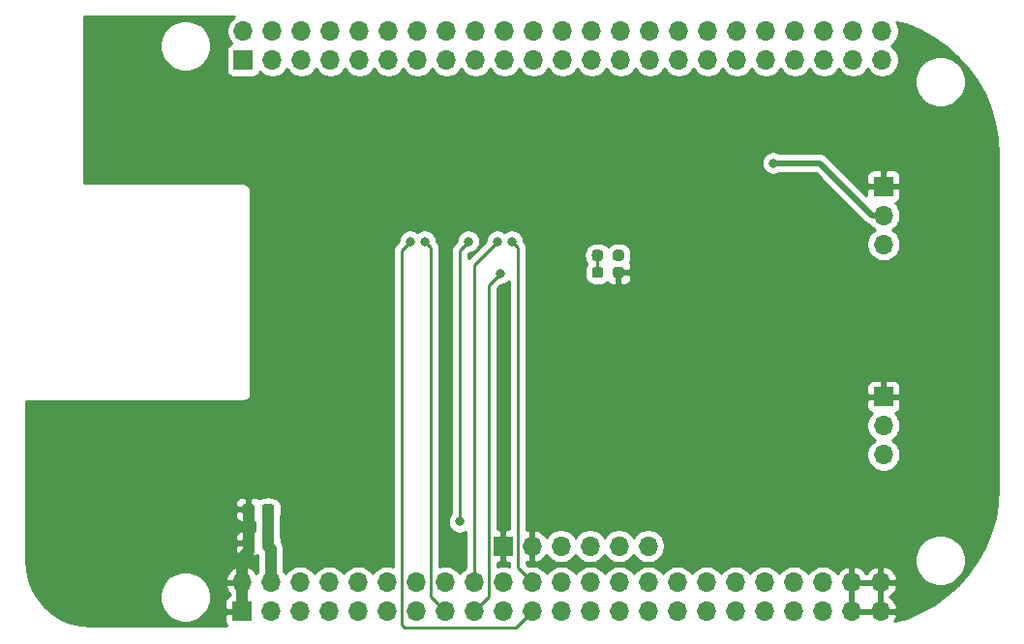
<source format=gbr>
%TF.GenerationSoftware,KiCad,Pcbnew,(5.1.12)-1*%
%TF.CreationDate,2023-08-18T20:52:49-06:00*%
%TF.ProjectId,X,582e6b69-6361-4645-9f70-636258585858,rev?*%
%TF.SameCoordinates,Original*%
%TF.FileFunction,Copper,L2,Bot*%
%TF.FilePolarity,Positive*%
%FSLAX46Y46*%
G04 Gerber Fmt 4.6, Leading zero omitted, Abs format (unit mm)*
G04 Created by KiCad (PCBNEW (5.1.12)-1) date 2023-08-18 20:52:49*
%MOMM*%
%LPD*%
G01*
G04 APERTURE LIST*
%TA.AperFunction,ComponentPad*%
%ADD10O,1.700000X1.700000*%
%TD*%
%TA.AperFunction,ComponentPad*%
%ADD11R,1.700000X1.700000*%
%TD*%
%TA.AperFunction,ViaPad*%
%ADD12C,0.800000*%
%TD*%
%TA.AperFunction,Conductor*%
%ADD13C,0.250000*%
%TD*%
%TA.AperFunction,Conductor*%
%ADD14C,1.000000*%
%TD*%
%TA.AperFunction,Conductor*%
%ADD15C,0.500000*%
%TD*%
%TA.AperFunction,Conductor*%
%ADD16C,0.254000*%
%TD*%
%TA.AperFunction,Conductor*%
%ADD17C,0.100000*%
%TD*%
G04 APERTURE END LIST*
%TO.P,C3,2*%
%TO.N,IO0*%
%TA.AperFunction,SMDPad,CuDef*%
G36*
G01*
X122905400Y-121497100D02*
X122905400Y-121022100D01*
G75*
G02*
X123142900Y-120784600I237500J0D01*
G01*
X123742900Y-120784600D01*
G75*
G02*
X123980400Y-121022100I0J-237500D01*
G01*
X123980400Y-121497100D01*
G75*
G02*
X123742900Y-121734600I-237500J0D01*
G01*
X123142900Y-121734600D01*
G75*
G02*
X122905400Y-121497100I0J237500D01*
G01*
G37*
%TD.AperFunction*%
%TO.P,C3,1*%
%TO.N,GND*%
%TA.AperFunction,SMDPad,CuDef*%
G36*
G01*
X121180400Y-121497100D02*
X121180400Y-121022100D01*
G75*
G02*
X121417900Y-120784600I237500J0D01*
G01*
X122017900Y-120784600D01*
G75*
G02*
X122255400Y-121022100I0J-237500D01*
G01*
X122255400Y-121497100D01*
G75*
G02*
X122017900Y-121734600I-237500J0D01*
G01*
X121417900Y-121734600D01*
G75*
G02*
X121180400Y-121497100I0J237500D01*
G01*
G37*
%TD.AperFunction*%
%TD*%
D10*
%TO.P,J3,6*%
%TO.N,Net-(J3-Pad6)*%
X156692600Y-124460000D03*
%TO.P,J3,5*%
%TO.N,Net-(J3-Pad5)*%
X154152600Y-124460000D03*
%TO.P,J3,4*%
%TO.N,Net-(J3-Pad4)*%
X151612600Y-124460000D03*
%TO.P,J3,3*%
%TO.N,Net-(J3-Pad3)*%
X149072600Y-124460000D03*
%TO.P,J3,2*%
%TO.N,GND*%
X146532600Y-124460000D03*
D11*
%TO.P,J3,1*%
X143992600Y-124460000D03*
%TD*%
D10*
%TO.P,J6,2*%
%TO.N,GND*%
X121158000Y-127635000D03*
%TO.P,J6,21*%
%TO.N,SPI0_MISO*%
X146558000Y-130175000D03*
%TO.P,J6,26*%
%TO.N,Net-(J6-Pad26)*%
X151638000Y-127635000D03*
%TO.P,J6,13*%
%TO.N,Net-(J6-Pad13)*%
X136398000Y-130175000D03*
%TO.P,J6,27*%
%TO.N,Net-(J6-Pad27)*%
X154178000Y-130175000D03*
%TO.P,J6,29*%
%TO.N,Net-(J6-Pad29)*%
X156718000Y-130175000D03*
%TO.P,J6,32*%
%TO.N,Net-(J6-Pad32)*%
X159258000Y-127635000D03*
D11*
%TO.P,J6,1*%
%TO.N,GND*%
X121158000Y-130175000D03*
D10*
%TO.P,J6,15*%
%TO.N,GPIO_DATA_READY*%
X138938000Y-130175000D03*
%TO.P,J6,37*%
%TO.N,Net-(J6-Pad37)*%
X166878000Y-130175000D03*
%TO.P,J6,38*%
%TO.N,Net-(J6-Pad38)*%
X166878000Y-127635000D03*
%TO.P,J6,39*%
%TO.N,Net-(J6-Pad39)*%
X169418000Y-130175000D03*
%TO.P,J6,40*%
%TO.N,Net-(J6-Pad40)*%
X169418000Y-127635000D03*
%TO.P,J6,42*%
%TO.N,Net-(J6-Pad42)*%
X171958000Y-127635000D03*
%TO.P,J6,41*%
%TO.N,Net-(J6-Pad41)*%
X171958000Y-130175000D03*
%TO.P,J6,43*%
%TO.N,GND*%
X174498000Y-130175000D03*
%TO.P,J6,12*%
%TO.N,EN*%
X133858000Y-127635000D03*
%TO.P,J6,23*%
%TO.N,GPIO_HANDSHAKE*%
X149098000Y-130175000D03*
%TO.P,J6,36*%
%TO.N,Net-(J6-Pad36)*%
X164338000Y-127635000D03*
%TO.P,J6,44*%
%TO.N,GND*%
X174498000Y-127635000D03*
%TO.P,J6,45*%
X177038000Y-130175000D03*
%TO.P,J6,46*%
X177038000Y-127635000D03*
%TO.P,J6,16*%
%TO.N,Net-(J6-Pad16)*%
X138938000Y-127635000D03*
%TO.P,J6,17*%
%TO.N,SPI0_CS0*%
X141478000Y-130175000D03*
%TO.P,J6,6*%
%TO.N,Net-(J6-Pad6)*%
X126238000Y-127635000D03*
%TO.P,J6,11*%
%TO.N,Net-(J6-Pad11)*%
X133858000Y-130175000D03*
%TO.P,J6,4*%
%TO.N,IO0*%
X123698000Y-127635000D03*
%TO.P,J6,7*%
%TO.N,Net-(J6-Pad7)*%
X128778000Y-130175000D03*
%TO.P,J6,9*%
%TO.N,Net-(J6-Pad9)*%
X131318000Y-130175000D03*
%TO.P,J6,10*%
%TO.N,Net-(J6-Pad10)*%
X131318000Y-127635000D03*
%TO.P,J6,20*%
%TO.N,Net-(J6-Pad20)*%
X144018000Y-127635000D03*
%TO.P,J6,22*%
%TO.N,SPI0_SCLK*%
X146558000Y-127635000D03*
%TO.P,J6,24*%
%TO.N,Net-(J6-Pad24)*%
X149098000Y-127635000D03*
%TO.P,J6,28*%
%TO.N,Net-(J6-Pad28)*%
X154178000Y-127635000D03*
%TO.P,J6,5*%
%TO.N,Net-(J6-Pad5)*%
X126238000Y-130175000D03*
%TO.P,J6,30*%
%TO.N,Net-(J6-Pad30)*%
X156718000Y-127635000D03*
%TO.P,J6,18*%
%TO.N,SPI0_MOSI*%
X141478000Y-127635000D03*
%TO.P,J6,25*%
%TO.N,Net-(J6-Pad25)*%
X151638000Y-130175000D03*
%TO.P,J6,3*%
%TO.N,IO0*%
X123698000Y-130175000D03*
%TO.P,J6,14*%
%TO.N,Net-(J6-Pad14)*%
X136398000Y-127635000D03*
%TO.P,J6,8*%
%TO.N,Net-(J6-Pad8)*%
X128778000Y-127635000D03*
%TO.P,J6,19*%
%TO.N,Net-(J6-Pad19)*%
X144018000Y-130175000D03*
%TO.P,J6,31*%
%TO.N,Net-(J6-Pad31)*%
X159258000Y-130175000D03*
%TO.P,J6,34*%
%TO.N,Net-(J6-Pad34)*%
X161798000Y-127635000D03*
%TO.P,J6,35*%
%TO.N,Net-(J6-Pad35)*%
X164338000Y-130175000D03*
%TO.P,J6,33*%
%TO.N,Net-(J6-Pad33)*%
X161798000Y-130175000D03*
%TD*%
%TO.P,J2,2*%
%TO.N,Net-(J2-Pad2)*%
X121285000Y-79375000D03*
%TO.P,J2,21*%
%TO.N,Net-(J2-Pad21)*%
X146685000Y-81915000D03*
%TO.P,J2,26*%
%TO.N,Net-(J2-Pad26)*%
X151765000Y-79375000D03*
%TO.P,J2,13*%
%TO.N,Net-(J2-Pad13)*%
X136525000Y-81915000D03*
%TO.P,J2,27*%
%TO.N,Net-(J2-Pad27)*%
X154305000Y-81915000D03*
%TO.P,J2,29*%
%TO.N,Net-(J2-Pad29)*%
X156845000Y-81915000D03*
%TO.P,J2,32*%
%TO.N,Net-(J2-Pad32)*%
X159385000Y-79375000D03*
D11*
%TO.P,J2,1*%
%TO.N,Net-(J2-Pad1)*%
X121285000Y-81915000D03*
D10*
%TO.P,J2,15*%
%TO.N,Net-(J2-Pad15)*%
X139065000Y-81915000D03*
%TO.P,J2,37*%
%TO.N,Net-(J2-Pad37)*%
X167005000Y-81915000D03*
%TO.P,J2,38*%
%TO.N,Net-(J2-Pad38)*%
X167005000Y-79375000D03*
%TO.P,J2,39*%
%TO.N,Net-(J2-Pad39)*%
X169545000Y-81915000D03*
%TO.P,J2,40*%
%TO.N,Net-(J2-Pad40)*%
X169545000Y-79375000D03*
%TO.P,J2,42*%
%TO.N,Net-(J2-Pad42)*%
X172085000Y-79375000D03*
%TO.P,J2,41*%
%TO.N,Net-(J2-Pad41)*%
X172085000Y-81915000D03*
%TO.P,J2,43*%
%TO.N,Net-(J2-Pad43)*%
X174625000Y-81915000D03*
%TO.P,J2,12*%
%TO.N,Net-(J2-Pad12)*%
X133985000Y-79375000D03*
%TO.P,J2,23*%
%TO.N,Net-(J2-Pad23)*%
X149225000Y-81915000D03*
%TO.P,J2,36*%
%TO.N,Net-(J2-Pad36)*%
X164465000Y-79375000D03*
%TO.P,J2,44*%
%TO.N,Net-(J2-Pad44)*%
X174625000Y-79375000D03*
%TO.P,J2,45*%
%TO.N,Net-(J2-Pad45)*%
X177165000Y-81915000D03*
%TO.P,J2,46*%
%TO.N,Net-(J2-Pad46)*%
X177165000Y-79375000D03*
%TO.P,J2,16*%
%TO.N,Net-(J2-Pad16)*%
X139065000Y-79375000D03*
%TO.P,J2,17*%
%TO.N,Net-(J2-Pad17)*%
X141605000Y-81915000D03*
%TO.P,J2,6*%
%TO.N,Net-(J2-Pad6)*%
X126365000Y-79375000D03*
%TO.P,J2,11*%
%TO.N,Net-(J2-Pad11)*%
X133985000Y-81915000D03*
%TO.P,J2,4*%
%TO.N,Net-(J2-Pad4)*%
X123825000Y-79375000D03*
%TO.P,J2,7*%
%TO.N,Net-(J2-Pad7)*%
X128905000Y-81915000D03*
%TO.P,J2,9*%
%TO.N,Net-(J2-Pad9)*%
X131445000Y-81915000D03*
%TO.P,J2,10*%
%TO.N,Net-(J2-Pad10)*%
X131445000Y-79375000D03*
%TO.P,J2,20*%
%TO.N,Net-(J2-Pad20)*%
X144145000Y-79375000D03*
%TO.P,J2,22*%
%TO.N,Net-(J2-Pad22)*%
X146685000Y-79375000D03*
%TO.P,J2,24*%
%TO.N,Net-(J2-Pad24)*%
X149225000Y-79375000D03*
%TO.P,J2,28*%
%TO.N,Net-(J2-Pad28)*%
X154305000Y-79375000D03*
%TO.P,J2,5*%
%TO.N,Net-(J2-Pad5)*%
X126365000Y-81915000D03*
%TO.P,J2,30*%
%TO.N,Net-(J2-Pad30)*%
X156845000Y-79375000D03*
%TO.P,J2,18*%
%TO.N,Net-(J2-Pad18)*%
X141605000Y-79375000D03*
%TO.P,J2,25*%
%TO.N,Net-(J2-Pad25)*%
X151765000Y-81915000D03*
%TO.P,J2,3*%
%TO.N,Net-(J2-Pad3)*%
X123825000Y-81915000D03*
%TO.P,J2,14*%
%TO.N,Net-(J2-Pad14)*%
X136525000Y-79375000D03*
%TO.P,J2,8*%
%TO.N,Net-(J2-Pad8)*%
X128905000Y-79375000D03*
%TO.P,J2,19*%
%TO.N,Net-(J2-Pad19)*%
X144145000Y-81915000D03*
%TO.P,J2,31*%
%TO.N,Net-(J2-Pad31)*%
X159385000Y-81915000D03*
%TO.P,J2,34*%
%TO.N,Net-(J2-Pad34)*%
X161925000Y-79375000D03*
%TO.P,J2,35*%
%TO.N,Net-(J2-Pad35)*%
X164465000Y-81915000D03*
%TO.P,J2,33*%
%TO.N,Net-(J2-Pad33)*%
X161925000Y-81915000D03*
%TD*%
%TO.P,C4,1*%
%TO.N,GND*%
%TA.AperFunction,SMDPad,CuDef*%
G36*
G01*
X121180400Y-124443500D02*
X121180400Y-123968500D01*
G75*
G02*
X121417900Y-123731000I237500J0D01*
G01*
X122017900Y-123731000D01*
G75*
G02*
X122255400Y-123968500I0J-237500D01*
G01*
X122255400Y-124443500D01*
G75*
G02*
X122017900Y-124681000I-237500J0D01*
G01*
X121417900Y-124681000D01*
G75*
G02*
X121180400Y-124443500I0J237500D01*
G01*
G37*
%TD.AperFunction*%
%TO.P,C4,2*%
%TO.N,IO0*%
%TA.AperFunction,SMDPad,CuDef*%
G36*
G01*
X122905400Y-124443500D02*
X122905400Y-123968500D01*
G75*
G02*
X123142900Y-123731000I237500J0D01*
G01*
X123742900Y-123731000D01*
G75*
G02*
X123980400Y-123968500I0J-237500D01*
G01*
X123980400Y-124443500D01*
G75*
G02*
X123742900Y-124681000I-237500J0D01*
G01*
X123142900Y-124681000D01*
G75*
G02*
X122905400Y-124443500I0J237500D01*
G01*
G37*
%TD.AperFunction*%
%TD*%
%TO.P,J4,3*%
%TO.N,TXD*%
X177292000Y-98044000D03*
%TO.P,J4,2*%
%TO.N,RXD*%
X177292000Y-95504000D03*
D11*
%TO.P,J4,1*%
%TO.N,GND*%
X177292000Y-92964000D03*
%TD*%
%TO.P,J5,1*%
%TO.N,GND*%
X177292000Y-111379000D03*
D10*
%TO.P,J5,2*%
%TO.N,Net-(J3-Pad4)*%
X177292000Y-113919000D03*
%TO.P,J5,3*%
%TO.N,Net-(J3-Pad5)*%
X177292000Y-116459000D03*
%TD*%
%TO.P,R5,2*%
%TO.N,Net-(D2-Pad2)*%
%TA.AperFunction,SMDPad,CuDef*%
G36*
G01*
X153612400Y-99246700D02*
X153612400Y-98771700D01*
G75*
G02*
X153849900Y-98534200I237500J0D01*
G01*
X154349900Y-98534200D01*
G75*
G02*
X154587400Y-98771700I0J-237500D01*
G01*
X154587400Y-99246700D01*
G75*
G02*
X154349900Y-99484200I-237500J0D01*
G01*
X153849900Y-99484200D01*
G75*
G02*
X153612400Y-99246700I0J237500D01*
G01*
G37*
%TD.AperFunction*%
%TO.P,R5,1*%
%TO.N,/IO2*%
%TA.AperFunction,SMDPad,CuDef*%
G36*
G01*
X151787400Y-99246700D02*
X151787400Y-98771700D01*
G75*
G02*
X152024900Y-98534200I237500J0D01*
G01*
X152524900Y-98534200D01*
G75*
G02*
X152762400Y-98771700I0J-237500D01*
G01*
X152762400Y-99246700D01*
G75*
G02*
X152524900Y-99484200I-237500J0D01*
G01*
X152024900Y-99484200D01*
G75*
G02*
X151787400Y-99246700I0J237500D01*
G01*
G37*
%TD.AperFunction*%
%TD*%
%TO.P,R6,1*%
%TO.N,GND*%
%TA.AperFunction,SMDPad,CuDef*%
G36*
G01*
X154587400Y-100270300D02*
X154587400Y-100745300D01*
G75*
G02*
X154349900Y-100982800I-237500J0D01*
G01*
X153849900Y-100982800D01*
G75*
G02*
X153612400Y-100745300I0J237500D01*
G01*
X153612400Y-100270300D01*
G75*
G02*
X153849900Y-100032800I237500J0D01*
G01*
X154349900Y-100032800D01*
G75*
G02*
X154587400Y-100270300I0J-237500D01*
G01*
G37*
%TD.AperFunction*%
%TO.P,R6,2*%
%TO.N,/IO2*%
%TA.AperFunction,SMDPad,CuDef*%
G36*
G01*
X152762400Y-100270300D02*
X152762400Y-100745300D01*
G75*
G02*
X152524900Y-100982800I-237500J0D01*
G01*
X152024900Y-100982800D01*
G75*
G02*
X151787400Y-100745300I0J237500D01*
G01*
X151787400Y-100270300D01*
G75*
G02*
X152024900Y-100032800I237500J0D01*
G01*
X152524900Y-100032800D01*
G75*
G02*
X152762400Y-100270300I0J-237500D01*
G01*
G37*
%TD.AperFunction*%
%TD*%
D12*
%TO.N,GND*%
X152196800Y-110566200D03*
%TO.N,RXD*%
X167640000Y-90932000D03*
%TO.N,SPI0_MISO*%
X135890000Y-97790000D03*
%TO.N,SPI0_SCLK*%
X144780000Y-97790000D03*
%TO.N,GPIO_HANDSHAKE*%
X140970000Y-97790000D03*
X140208000Y-122316599D03*
%TO.N,SPI0_MOSI*%
X143510000Y-97790000D03*
%TO.N,GPIO_DATA_READY*%
X137160000Y-97790000D03*
%TO.N,SPI0_CS0*%
X143764000Y-100584000D03*
%TO.N,Net-(D2-Pad2)*%
X154101800Y-99034600D03*
%TO.N,/IO2*%
X152120600Y-98983800D03*
%TD*%
D13*
%TO.N,GND*%
X121717900Y-124206000D02*
X121717900Y-124458900D01*
D14*
X121717900Y-121259600D02*
X121717900Y-124206000D01*
X121717900Y-124206000D02*
X121717900Y-124916100D01*
X121158000Y-125476000D02*
X121158000Y-127635000D01*
X121717900Y-124916100D02*
X121158000Y-125476000D01*
X121158000Y-127635000D02*
X121158000Y-130175000D01*
D13*
%TO.N,IO0*%
X123442900Y-127379900D02*
X123698000Y-127635000D01*
D14*
X123442900Y-121259600D02*
X123442900Y-124206000D01*
X123442900Y-124206000D02*
X123442900Y-124458900D01*
X123442900Y-124458900D02*
X123698000Y-124714000D01*
X123698000Y-124714000D02*
X123698000Y-127635000D01*
D15*
%TO.N,RXD*%
X176276000Y-95504000D02*
X177292000Y-95504000D01*
X171704000Y-90932000D02*
X176276000Y-95504000D01*
X167640000Y-90932000D02*
X171704000Y-90932000D01*
D13*
%TO.N,SPI0_MISO*%
X145161000Y-131572000D02*
X146558000Y-130175000D01*
X135382000Y-131572000D02*
X138938000Y-131572000D01*
X135128000Y-131318000D02*
X135382000Y-131572000D01*
X135128000Y-98552000D02*
X135128000Y-131318000D01*
X135890000Y-97790000D02*
X135128000Y-98552000D01*
X138938000Y-131572000D02*
X145161000Y-131572000D01*
X138430000Y-131572000D02*
X138938000Y-131572000D01*
%TO.N,SPI0_SCLK*%
X145288000Y-126365000D02*
X146558000Y-127635000D01*
X145288000Y-98298000D02*
X145288000Y-126365000D01*
X144780000Y-97790000D02*
X145288000Y-98298000D01*
%TO.N,GPIO_HANDSHAKE*%
X140350599Y-122316599D02*
X140350599Y-122316599D01*
X140208000Y-122174000D02*
X140350599Y-122316599D01*
X140208000Y-98552000D02*
X140208000Y-122174000D01*
X140970000Y-97790000D02*
X140208000Y-98552000D01*
%TO.N,SPI0_MOSI*%
X141478000Y-99822000D02*
X141478000Y-127635000D01*
X143510000Y-97790000D02*
X141478000Y-99822000D01*
%TO.N,GPIO_DATA_READY*%
X137668000Y-128905000D02*
X138938000Y-130175000D01*
X137668000Y-98298000D02*
X137668000Y-128905000D01*
X137160000Y-97790000D02*
X137668000Y-98298000D01*
%TO.N,SPI0_CS0*%
X142748000Y-101600000D02*
X142748000Y-128905000D01*
X142748000Y-128905000D02*
X141478000Y-130175000D01*
X143764000Y-100584000D02*
X142748000Y-101600000D01*
%TO.N,/IO2*%
X152274900Y-100533200D02*
X152274900Y-99009200D01*
%TD*%
D16*
%TO.N,GND*%
X120338368Y-78221525D02*
X120131525Y-78428368D01*
X119969010Y-78671589D01*
X119857068Y-78941842D01*
X119800000Y-79228740D01*
X119800000Y-79521260D01*
X119857068Y-79808158D01*
X119969010Y-80078411D01*
X120131525Y-80321632D01*
X120263380Y-80453487D01*
X120190820Y-80475498D01*
X120080506Y-80534463D01*
X119983815Y-80613815D01*
X119904463Y-80710506D01*
X119845498Y-80820820D01*
X119809188Y-80940518D01*
X119796928Y-81065000D01*
X119796928Y-82765000D01*
X119809188Y-82889482D01*
X119845498Y-83009180D01*
X119904463Y-83119494D01*
X119983815Y-83216185D01*
X120080506Y-83295537D01*
X120190820Y-83354502D01*
X120310518Y-83390812D01*
X120435000Y-83403072D01*
X122135000Y-83403072D01*
X122259482Y-83390812D01*
X122379180Y-83354502D01*
X122489494Y-83295537D01*
X122586185Y-83216185D01*
X122665537Y-83119494D01*
X122724502Y-83009180D01*
X122746513Y-82936620D01*
X122878368Y-83068475D01*
X123121589Y-83230990D01*
X123391842Y-83342932D01*
X123678740Y-83400000D01*
X123971260Y-83400000D01*
X124258158Y-83342932D01*
X124528411Y-83230990D01*
X124771632Y-83068475D01*
X124978475Y-82861632D01*
X125095000Y-82687240D01*
X125211525Y-82861632D01*
X125418368Y-83068475D01*
X125661589Y-83230990D01*
X125931842Y-83342932D01*
X126218740Y-83400000D01*
X126511260Y-83400000D01*
X126798158Y-83342932D01*
X127068411Y-83230990D01*
X127311632Y-83068475D01*
X127518475Y-82861632D01*
X127635000Y-82687240D01*
X127751525Y-82861632D01*
X127958368Y-83068475D01*
X128201589Y-83230990D01*
X128471842Y-83342932D01*
X128758740Y-83400000D01*
X129051260Y-83400000D01*
X129338158Y-83342932D01*
X129608411Y-83230990D01*
X129851632Y-83068475D01*
X130058475Y-82861632D01*
X130175000Y-82687240D01*
X130291525Y-82861632D01*
X130498368Y-83068475D01*
X130741589Y-83230990D01*
X131011842Y-83342932D01*
X131298740Y-83400000D01*
X131591260Y-83400000D01*
X131878158Y-83342932D01*
X132148411Y-83230990D01*
X132391632Y-83068475D01*
X132598475Y-82861632D01*
X132715000Y-82687240D01*
X132831525Y-82861632D01*
X133038368Y-83068475D01*
X133281589Y-83230990D01*
X133551842Y-83342932D01*
X133838740Y-83400000D01*
X134131260Y-83400000D01*
X134418158Y-83342932D01*
X134688411Y-83230990D01*
X134931632Y-83068475D01*
X135138475Y-82861632D01*
X135255000Y-82687240D01*
X135371525Y-82861632D01*
X135578368Y-83068475D01*
X135821589Y-83230990D01*
X136091842Y-83342932D01*
X136378740Y-83400000D01*
X136671260Y-83400000D01*
X136958158Y-83342932D01*
X137228411Y-83230990D01*
X137471632Y-83068475D01*
X137678475Y-82861632D01*
X137795000Y-82687240D01*
X137911525Y-82861632D01*
X138118368Y-83068475D01*
X138361589Y-83230990D01*
X138631842Y-83342932D01*
X138918740Y-83400000D01*
X139211260Y-83400000D01*
X139498158Y-83342932D01*
X139768411Y-83230990D01*
X140011632Y-83068475D01*
X140218475Y-82861632D01*
X140335000Y-82687240D01*
X140451525Y-82861632D01*
X140658368Y-83068475D01*
X140901589Y-83230990D01*
X141171842Y-83342932D01*
X141458740Y-83400000D01*
X141751260Y-83400000D01*
X142038158Y-83342932D01*
X142308411Y-83230990D01*
X142551632Y-83068475D01*
X142758475Y-82861632D01*
X142875000Y-82687240D01*
X142991525Y-82861632D01*
X143198368Y-83068475D01*
X143441589Y-83230990D01*
X143711842Y-83342932D01*
X143998740Y-83400000D01*
X144291260Y-83400000D01*
X144578158Y-83342932D01*
X144848411Y-83230990D01*
X145091632Y-83068475D01*
X145298475Y-82861632D01*
X145415000Y-82687240D01*
X145531525Y-82861632D01*
X145738368Y-83068475D01*
X145981589Y-83230990D01*
X146251842Y-83342932D01*
X146538740Y-83400000D01*
X146831260Y-83400000D01*
X147118158Y-83342932D01*
X147388411Y-83230990D01*
X147631632Y-83068475D01*
X147838475Y-82861632D01*
X147955000Y-82687240D01*
X148071525Y-82861632D01*
X148278368Y-83068475D01*
X148521589Y-83230990D01*
X148791842Y-83342932D01*
X149078740Y-83400000D01*
X149371260Y-83400000D01*
X149658158Y-83342932D01*
X149928411Y-83230990D01*
X150171632Y-83068475D01*
X150378475Y-82861632D01*
X150495000Y-82687240D01*
X150611525Y-82861632D01*
X150818368Y-83068475D01*
X151061589Y-83230990D01*
X151331842Y-83342932D01*
X151618740Y-83400000D01*
X151911260Y-83400000D01*
X152198158Y-83342932D01*
X152468411Y-83230990D01*
X152711632Y-83068475D01*
X152918475Y-82861632D01*
X153035000Y-82687240D01*
X153151525Y-82861632D01*
X153358368Y-83068475D01*
X153601589Y-83230990D01*
X153871842Y-83342932D01*
X154158740Y-83400000D01*
X154451260Y-83400000D01*
X154738158Y-83342932D01*
X155008411Y-83230990D01*
X155251632Y-83068475D01*
X155458475Y-82861632D01*
X155575000Y-82687240D01*
X155691525Y-82861632D01*
X155898368Y-83068475D01*
X156141589Y-83230990D01*
X156411842Y-83342932D01*
X156698740Y-83400000D01*
X156991260Y-83400000D01*
X157278158Y-83342932D01*
X157548411Y-83230990D01*
X157791632Y-83068475D01*
X157998475Y-82861632D01*
X158115000Y-82687240D01*
X158231525Y-82861632D01*
X158438368Y-83068475D01*
X158681589Y-83230990D01*
X158951842Y-83342932D01*
X159238740Y-83400000D01*
X159531260Y-83400000D01*
X159818158Y-83342932D01*
X160088411Y-83230990D01*
X160331632Y-83068475D01*
X160538475Y-82861632D01*
X160655000Y-82687240D01*
X160771525Y-82861632D01*
X160978368Y-83068475D01*
X161221589Y-83230990D01*
X161491842Y-83342932D01*
X161778740Y-83400000D01*
X162071260Y-83400000D01*
X162358158Y-83342932D01*
X162628411Y-83230990D01*
X162871632Y-83068475D01*
X163078475Y-82861632D01*
X163195000Y-82687240D01*
X163311525Y-82861632D01*
X163518368Y-83068475D01*
X163761589Y-83230990D01*
X164031842Y-83342932D01*
X164318740Y-83400000D01*
X164611260Y-83400000D01*
X164898158Y-83342932D01*
X165168411Y-83230990D01*
X165411632Y-83068475D01*
X165618475Y-82861632D01*
X165735000Y-82687240D01*
X165851525Y-82861632D01*
X166058368Y-83068475D01*
X166301589Y-83230990D01*
X166571842Y-83342932D01*
X166858740Y-83400000D01*
X167151260Y-83400000D01*
X167438158Y-83342932D01*
X167708411Y-83230990D01*
X167951632Y-83068475D01*
X168158475Y-82861632D01*
X168275000Y-82687240D01*
X168391525Y-82861632D01*
X168598368Y-83068475D01*
X168841589Y-83230990D01*
X169111842Y-83342932D01*
X169398740Y-83400000D01*
X169691260Y-83400000D01*
X169978158Y-83342932D01*
X170248411Y-83230990D01*
X170491632Y-83068475D01*
X170698475Y-82861632D01*
X170815000Y-82687240D01*
X170931525Y-82861632D01*
X171138368Y-83068475D01*
X171381589Y-83230990D01*
X171651842Y-83342932D01*
X171938740Y-83400000D01*
X172231260Y-83400000D01*
X172518158Y-83342932D01*
X172788411Y-83230990D01*
X173031632Y-83068475D01*
X173238475Y-82861632D01*
X173355000Y-82687240D01*
X173471525Y-82861632D01*
X173678368Y-83068475D01*
X173921589Y-83230990D01*
X174191842Y-83342932D01*
X174478740Y-83400000D01*
X174771260Y-83400000D01*
X175058158Y-83342932D01*
X175328411Y-83230990D01*
X175571632Y-83068475D01*
X175778475Y-82861632D01*
X175895000Y-82687240D01*
X176011525Y-82861632D01*
X176218368Y-83068475D01*
X176461589Y-83230990D01*
X176731842Y-83342932D01*
X177018740Y-83400000D01*
X177311260Y-83400000D01*
X177598158Y-83342932D01*
X177868411Y-83230990D01*
X178111632Y-83068475D01*
X178318475Y-82861632D01*
X178480990Y-82618411D01*
X178592932Y-82348158D01*
X178650000Y-82061260D01*
X178650000Y-81768740D01*
X178592932Y-81481842D01*
X178480990Y-81211589D01*
X178318475Y-80968368D01*
X178111632Y-80761525D01*
X177937240Y-80645000D01*
X178111632Y-80528475D01*
X178318475Y-80321632D01*
X178480990Y-80078411D01*
X178592932Y-79808158D01*
X178650000Y-79521260D01*
X178650000Y-79228740D01*
X178592932Y-78941842D01*
X178480990Y-78671589D01*
X178412726Y-78569425D01*
X179219222Y-78800684D01*
X180461875Y-79312870D01*
X181639680Y-79960374D01*
X182737979Y-80735139D01*
X183743067Y-81627498D01*
X184642430Y-82626341D01*
X185424839Y-83719199D01*
X186080552Y-84892460D01*
X186601404Y-86131516D01*
X186980886Y-87420889D01*
X187214281Y-88744535D01*
X187299763Y-90103235D01*
X187300000Y-90171154D01*
X187300001Y-119361545D01*
X187223942Y-120721974D01*
X186999795Y-122047209D01*
X186629317Y-123339219D01*
X186117137Y-124581861D01*
X185469628Y-125759677D01*
X184694864Y-126857975D01*
X183802496Y-127863072D01*
X182803663Y-128762426D01*
X181710807Y-129544835D01*
X180537537Y-130200553D01*
X179298484Y-130721404D01*
X178248646Y-131030387D01*
X178382157Y-130806252D01*
X178479481Y-130531891D01*
X178358814Y-130302000D01*
X177165000Y-130302000D01*
X177165000Y-130322000D01*
X176911000Y-130322000D01*
X176911000Y-130302000D01*
X174625000Y-130302000D01*
X174625000Y-130322000D01*
X174371000Y-130322000D01*
X174371000Y-130302000D01*
X174351000Y-130302000D01*
X174351000Y-130048000D01*
X174371000Y-130048000D01*
X174371000Y-127762000D01*
X174625000Y-127762000D01*
X174625000Y-130048000D01*
X176911000Y-130048000D01*
X176911000Y-127762000D01*
X177165000Y-127762000D01*
X177165000Y-130048000D01*
X178358814Y-130048000D01*
X178479481Y-129818109D01*
X178382157Y-129543748D01*
X178233178Y-129293645D01*
X178038269Y-129077412D01*
X177807120Y-128905000D01*
X178038269Y-128732588D01*
X178233178Y-128516355D01*
X178382157Y-128266252D01*
X178479481Y-127991891D01*
X178358814Y-127762000D01*
X177165000Y-127762000D01*
X176911000Y-127762000D01*
X174625000Y-127762000D01*
X174371000Y-127762000D01*
X174351000Y-127762000D01*
X174351000Y-127508000D01*
X174371000Y-127508000D01*
X174371000Y-126314845D01*
X174625000Y-126314845D01*
X174625000Y-127508000D01*
X176911000Y-127508000D01*
X176911000Y-126314845D01*
X177165000Y-126314845D01*
X177165000Y-127508000D01*
X178358814Y-127508000D01*
X178479481Y-127278109D01*
X178382157Y-127003748D01*
X178233178Y-126753645D01*
X178038269Y-126537412D01*
X177804920Y-126363359D01*
X177542099Y-126238175D01*
X177394890Y-126193524D01*
X177165000Y-126314845D01*
X176911000Y-126314845D01*
X176681110Y-126193524D01*
X176533901Y-126238175D01*
X176271080Y-126363359D01*
X176037731Y-126537412D01*
X175842822Y-126753645D01*
X175768000Y-126879255D01*
X175693178Y-126753645D01*
X175498269Y-126537412D01*
X175264920Y-126363359D01*
X175002099Y-126238175D01*
X174854890Y-126193524D01*
X174625000Y-126314845D01*
X174371000Y-126314845D01*
X174141110Y-126193524D01*
X173993901Y-126238175D01*
X173731080Y-126363359D01*
X173497731Y-126537412D01*
X173302822Y-126753645D01*
X173233195Y-126870534D01*
X173111475Y-126688368D01*
X172904632Y-126481525D01*
X172661411Y-126319010D01*
X172391158Y-126207068D01*
X172104260Y-126150000D01*
X171811740Y-126150000D01*
X171524842Y-126207068D01*
X171254589Y-126319010D01*
X171011368Y-126481525D01*
X170804525Y-126688368D01*
X170688000Y-126862760D01*
X170571475Y-126688368D01*
X170364632Y-126481525D01*
X170121411Y-126319010D01*
X169851158Y-126207068D01*
X169564260Y-126150000D01*
X169271740Y-126150000D01*
X168984842Y-126207068D01*
X168714589Y-126319010D01*
X168471368Y-126481525D01*
X168264525Y-126688368D01*
X168148000Y-126862760D01*
X168031475Y-126688368D01*
X167824632Y-126481525D01*
X167581411Y-126319010D01*
X167311158Y-126207068D01*
X167024260Y-126150000D01*
X166731740Y-126150000D01*
X166444842Y-126207068D01*
X166174589Y-126319010D01*
X165931368Y-126481525D01*
X165724525Y-126688368D01*
X165608000Y-126862760D01*
X165491475Y-126688368D01*
X165284632Y-126481525D01*
X165041411Y-126319010D01*
X164771158Y-126207068D01*
X164484260Y-126150000D01*
X164191740Y-126150000D01*
X163904842Y-126207068D01*
X163634589Y-126319010D01*
X163391368Y-126481525D01*
X163184525Y-126688368D01*
X163068000Y-126862760D01*
X162951475Y-126688368D01*
X162744632Y-126481525D01*
X162501411Y-126319010D01*
X162231158Y-126207068D01*
X161944260Y-126150000D01*
X161651740Y-126150000D01*
X161364842Y-126207068D01*
X161094589Y-126319010D01*
X160851368Y-126481525D01*
X160644525Y-126688368D01*
X160528000Y-126862760D01*
X160411475Y-126688368D01*
X160204632Y-126481525D01*
X159961411Y-126319010D01*
X159691158Y-126207068D01*
X159404260Y-126150000D01*
X159111740Y-126150000D01*
X158824842Y-126207068D01*
X158554589Y-126319010D01*
X158311368Y-126481525D01*
X158104525Y-126688368D01*
X157988000Y-126862760D01*
X157871475Y-126688368D01*
X157664632Y-126481525D01*
X157421411Y-126319010D01*
X157151158Y-126207068D01*
X156864260Y-126150000D01*
X156571740Y-126150000D01*
X156284842Y-126207068D01*
X156014589Y-126319010D01*
X155771368Y-126481525D01*
X155564525Y-126688368D01*
X155448000Y-126862760D01*
X155331475Y-126688368D01*
X155124632Y-126481525D01*
X154881411Y-126319010D01*
X154611158Y-126207068D01*
X154324260Y-126150000D01*
X154031740Y-126150000D01*
X153744842Y-126207068D01*
X153474589Y-126319010D01*
X153231368Y-126481525D01*
X153024525Y-126688368D01*
X152908000Y-126862760D01*
X152791475Y-126688368D01*
X152584632Y-126481525D01*
X152341411Y-126319010D01*
X152071158Y-126207068D01*
X151784260Y-126150000D01*
X151491740Y-126150000D01*
X151204842Y-126207068D01*
X150934589Y-126319010D01*
X150691368Y-126481525D01*
X150484525Y-126688368D01*
X150368000Y-126862760D01*
X150251475Y-126688368D01*
X150044632Y-126481525D01*
X149801411Y-126319010D01*
X149531158Y-126207068D01*
X149244260Y-126150000D01*
X148951740Y-126150000D01*
X148664842Y-126207068D01*
X148394589Y-126319010D01*
X148151368Y-126481525D01*
X147944525Y-126688368D01*
X147828000Y-126862760D01*
X147711475Y-126688368D01*
X147504632Y-126481525D01*
X147261411Y-126319010D01*
X146991158Y-126207068D01*
X146704260Y-126150000D01*
X146411740Y-126150000D01*
X146191592Y-126193791D01*
X146048000Y-126050199D01*
X146048000Y-125862739D01*
X146175710Y-125901476D01*
X146405600Y-125780155D01*
X146405600Y-124587000D01*
X146385600Y-124587000D01*
X146385600Y-124333000D01*
X146405600Y-124333000D01*
X146405600Y-123139845D01*
X146659600Y-123139845D01*
X146659600Y-124333000D01*
X146679600Y-124333000D01*
X146679600Y-124587000D01*
X146659600Y-124587000D01*
X146659600Y-125780155D01*
X146889490Y-125901476D01*
X147036699Y-125856825D01*
X147299520Y-125731641D01*
X147532869Y-125557588D01*
X147727778Y-125341355D01*
X147797405Y-125224466D01*
X147919125Y-125406632D01*
X148125968Y-125613475D01*
X148369189Y-125775990D01*
X148639442Y-125887932D01*
X148926340Y-125945000D01*
X149218860Y-125945000D01*
X149505758Y-125887932D01*
X149776011Y-125775990D01*
X150019232Y-125613475D01*
X150226075Y-125406632D01*
X150342600Y-125232240D01*
X150459125Y-125406632D01*
X150665968Y-125613475D01*
X150909189Y-125775990D01*
X151179442Y-125887932D01*
X151466340Y-125945000D01*
X151758860Y-125945000D01*
X152045758Y-125887932D01*
X152316011Y-125775990D01*
X152559232Y-125613475D01*
X152766075Y-125406632D01*
X152882600Y-125232240D01*
X152999125Y-125406632D01*
X153205968Y-125613475D01*
X153449189Y-125775990D01*
X153719442Y-125887932D01*
X154006340Y-125945000D01*
X154298860Y-125945000D01*
X154585758Y-125887932D01*
X154856011Y-125775990D01*
X155099232Y-125613475D01*
X155306075Y-125406632D01*
X155422600Y-125232240D01*
X155539125Y-125406632D01*
X155745968Y-125613475D01*
X155989189Y-125775990D01*
X156259442Y-125887932D01*
X156546340Y-125945000D01*
X156838860Y-125945000D01*
X157125758Y-125887932D01*
X157396011Y-125775990D01*
X157639232Y-125613475D01*
X157770196Y-125482511D01*
X179990088Y-125482511D01*
X179990088Y-125926689D01*
X180076743Y-126362334D01*
X180246723Y-126772702D01*
X180493495Y-127142023D01*
X180807577Y-127456105D01*
X181176898Y-127702877D01*
X181587266Y-127872857D01*
X182022911Y-127959512D01*
X182467089Y-127959512D01*
X182902734Y-127872857D01*
X183313102Y-127702877D01*
X183682423Y-127456105D01*
X183996505Y-127142023D01*
X184243277Y-126772702D01*
X184413257Y-126362334D01*
X184499912Y-125926689D01*
X184499912Y-125482511D01*
X184413257Y-125046866D01*
X184243277Y-124636498D01*
X183996505Y-124267177D01*
X183682423Y-123953095D01*
X183313102Y-123706323D01*
X182902734Y-123536343D01*
X182467089Y-123449688D01*
X182022911Y-123449688D01*
X181587266Y-123536343D01*
X181176898Y-123706323D01*
X180807577Y-123953095D01*
X180493495Y-124267177D01*
X180246723Y-124636498D01*
X180076743Y-125046866D01*
X179990088Y-125482511D01*
X157770196Y-125482511D01*
X157846075Y-125406632D01*
X158008590Y-125163411D01*
X158120532Y-124893158D01*
X158177600Y-124606260D01*
X158177600Y-124313740D01*
X158120532Y-124026842D01*
X158008590Y-123756589D01*
X157846075Y-123513368D01*
X157639232Y-123306525D01*
X157396011Y-123144010D01*
X157125758Y-123032068D01*
X156838860Y-122975000D01*
X156546340Y-122975000D01*
X156259442Y-123032068D01*
X155989189Y-123144010D01*
X155745968Y-123306525D01*
X155539125Y-123513368D01*
X155422600Y-123687760D01*
X155306075Y-123513368D01*
X155099232Y-123306525D01*
X154856011Y-123144010D01*
X154585758Y-123032068D01*
X154298860Y-122975000D01*
X154006340Y-122975000D01*
X153719442Y-123032068D01*
X153449189Y-123144010D01*
X153205968Y-123306525D01*
X152999125Y-123513368D01*
X152882600Y-123687760D01*
X152766075Y-123513368D01*
X152559232Y-123306525D01*
X152316011Y-123144010D01*
X152045758Y-123032068D01*
X151758860Y-122975000D01*
X151466340Y-122975000D01*
X151179442Y-123032068D01*
X150909189Y-123144010D01*
X150665968Y-123306525D01*
X150459125Y-123513368D01*
X150342600Y-123687760D01*
X150226075Y-123513368D01*
X150019232Y-123306525D01*
X149776011Y-123144010D01*
X149505758Y-123032068D01*
X149218860Y-122975000D01*
X148926340Y-122975000D01*
X148639442Y-123032068D01*
X148369189Y-123144010D01*
X148125968Y-123306525D01*
X147919125Y-123513368D01*
X147797405Y-123695534D01*
X147727778Y-123578645D01*
X147532869Y-123362412D01*
X147299520Y-123188359D01*
X147036699Y-123063175D01*
X146889490Y-123018524D01*
X146659600Y-123139845D01*
X146405600Y-123139845D01*
X146175710Y-123018524D01*
X146048000Y-123057261D01*
X146048000Y-112229000D01*
X175803928Y-112229000D01*
X175816188Y-112353482D01*
X175852498Y-112473180D01*
X175911463Y-112583494D01*
X175990815Y-112680185D01*
X176087506Y-112759537D01*
X176197820Y-112818502D01*
X176270380Y-112840513D01*
X176138525Y-112972368D01*
X175976010Y-113215589D01*
X175864068Y-113485842D01*
X175807000Y-113772740D01*
X175807000Y-114065260D01*
X175864068Y-114352158D01*
X175976010Y-114622411D01*
X176138525Y-114865632D01*
X176345368Y-115072475D01*
X176519760Y-115189000D01*
X176345368Y-115305525D01*
X176138525Y-115512368D01*
X175976010Y-115755589D01*
X175864068Y-116025842D01*
X175807000Y-116312740D01*
X175807000Y-116605260D01*
X175864068Y-116892158D01*
X175976010Y-117162411D01*
X176138525Y-117405632D01*
X176345368Y-117612475D01*
X176588589Y-117774990D01*
X176858842Y-117886932D01*
X177145740Y-117944000D01*
X177438260Y-117944000D01*
X177725158Y-117886932D01*
X177995411Y-117774990D01*
X178238632Y-117612475D01*
X178445475Y-117405632D01*
X178607990Y-117162411D01*
X178719932Y-116892158D01*
X178777000Y-116605260D01*
X178777000Y-116312740D01*
X178719932Y-116025842D01*
X178607990Y-115755589D01*
X178445475Y-115512368D01*
X178238632Y-115305525D01*
X178064240Y-115189000D01*
X178238632Y-115072475D01*
X178445475Y-114865632D01*
X178607990Y-114622411D01*
X178719932Y-114352158D01*
X178777000Y-114065260D01*
X178777000Y-113772740D01*
X178719932Y-113485842D01*
X178607990Y-113215589D01*
X178445475Y-112972368D01*
X178313620Y-112840513D01*
X178386180Y-112818502D01*
X178496494Y-112759537D01*
X178593185Y-112680185D01*
X178672537Y-112583494D01*
X178731502Y-112473180D01*
X178767812Y-112353482D01*
X178780072Y-112229000D01*
X178777000Y-111664750D01*
X178618250Y-111506000D01*
X177419000Y-111506000D01*
X177419000Y-111526000D01*
X177165000Y-111526000D01*
X177165000Y-111506000D01*
X175965750Y-111506000D01*
X175807000Y-111664750D01*
X175803928Y-112229000D01*
X146048000Y-112229000D01*
X146048000Y-110529000D01*
X175803928Y-110529000D01*
X175807000Y-111093250D01*
X175965750Y-111252000D01*
X177165000Y-111252000D01*
X177165000Y-110052750D01*
X177419000Y-110052750D01*
X177419000Y-111252000D01*
X178618250Y-111252000D01*
X178777000Y-111093250D01*
X178780072Y-110529000D01*
X178767812Y-110404518D01*
X178731502Y-110284820D01*
X178672537Y-110174506D01*
X178593185Y-110077815D01*
X178496494Y-109998463D01*
X178386180Y-109939498D01*
X178266482Y-109903188D01*
X178142000Y-109890928D01*
X177577750Y-109894000D01*
X177419000Y-110052750D01*
X177165000Y-110052750D01*
X177006250Y-109894000D01*
X176442000Y-109890928D01*
X176317518Y-109903188D01*
X176197820Y-109939498D01*
X176087506Y-109998463D01*
X175990815Y-110077815D01*
X175911463Y-110174506D01*
X175852498Y-110284820D01*
X175816188Y-110404518D01*
X175803928Y-110529000D01*
X146048000Y-110529000D01*
X146048000Y-98881861D01*
X151085600Y-98881861D01*
X151085600Y-99085739D01*
X151125374Y-99285698D01*
X151161840Y-99373734D01*
X151166152Y-99417516D01*
X151215977Y-99581767D01*
X151296888Y-99733142D01*
X151317699Y-99758500D01*
X151296888Y-99783858D01*
X151215977Y-99935233D01*
X151166152Y-100099484D01*
X151149328Y-100270300D01*
X151149328Y-100745300D01*
X151166152Y-100916116D01*
X151215977Y-101080367D01*
X151296888Y-101231742D01*
X151405777Y-101364423D01*
X151538458Y-101473312D01*
X151689833Y-101554223D01*
X151854084Y-101604048D01*
X152024900Y-101620872D01*
X152524900Y-101620872D01*
X152695716Y-101604048D01*
X152859967Y-101554223D01*
X153011342Y-101473312D01*
X153120183Y-101383988D01*
X153161215Y-101433985D01*
X153257906Y-101513337D01*
X153368220Y-101572302D01*
X153487918Y-101608612D01*
X153612400Y-101620872D01*
X153814150Y-101617800D01*
X153972900Y-101459050D01*
X153972900Y-100634800D01*
X154226900Y-100634800D01*
X154226900Y-101459050D01*
X154385650Y-101617800D01*
X154587400Y-101620872D01*
X154711882Y-101608612D01*
X154831580Y-101572302D01*
X154941894Y-101513337D01*
X155038585Y-101433985D01*
X155117937Y-101337294D01*
X155176902Y-101226980D01*
X155213212Y-101107282D01*
X155225472Y-100982800D01*
X155222400Y-100793550D01*
X155063650Y-100634800D01*
X154226900Y-100634800D01*
X153972900Y-100634800D01*
X153952900Y-100634800D01*
X153952900Y-100380800D01*
X153972900Y-100380800D01*
X153972900Y-100360800D01*
X154226900Y-100360800D01*
X154226900Y-100380800D01*
X155063650Y-100380800D01*
X155222400Y-100222050D01*
X155225472Y-100032800D01*
X155213212Y-99908318D01*
X155176902Y-99788620D01*
X155117937Y-99678306D01*
X155111448Y-99670399D01*
X155158823Y-99581767D01*
X155208648Y-99417516D01*
X155225472Y-99246700D01*
X155225472Y-98771700D01*
X155208648Y-98600884D01*
X155158823Y-98436633D01*
X155077912Y-98285258D01*
X154969023Y-98152577D01*
X154836342Y-98043688D01*
X154684967Y-97962777D01*
X154520716Y-97912952D01*
X154349900Y-97896128D01*
X153849900Y-97896128D01*
X153679084Y-97912952D01*
X153514833Y-97962777D01*
X153363458Y-98043688D01*
X153230777Y-98152577D01*
X153187400Y-98205432D01*
X153144023Y-98152577D01*
X153011342Y-98043688D01*
X152859967Y-97962777D01*
X152695716Y-97912952D01*
X152524900Y-97896128D01*
X152024900Y-97896128D01*
X151854084Y-97912952D01*
X151689833Y-97962777D01*
X151538458Y-98043688D01*
X151405777Y-98152577D01*
X151296888Y-98285258D01*
X151215977Y-98436633D01*
X151185904Y-98535772D01*
X151125374Y-98681902D01*
X151085600Y-98881861D01*
X146048000Y-98881861D01*
X146048000Y-98335322D01*
X146051676Y-98297999D01*
X146048000Y-98260676D01*
X146048000Y-98260667D01*
X146037003Y-98149014D01*
X145993546Y-98005753D01*
X145922974Y-97873724D01*
X145828001Y-97757999D01*
X145815000Y-97747329D01*
X145815000Y-97688061D01*
X145775226Y-97488102D01*
X145697205Y-97299744D01*
X145583937Y-97130226D01*
X145439774Y-96986063D01*
X145270256Y-96872795D01*
X145081898Y-96794774D01*
X144881939Y-96755000D01*
X144678061Y-96755000D01*
X144478102Y-96794774D01*
X144289744Y-96872795D01*
X144145000Y-96969510D01*
X144000256Y-96872795D01*
X143811898Y-96794774D01*
X143611939Y-96755000D01*
X143408061Y-96755000D01*
X143208102Y-96794774D01*
X143019744Y-96872795D01*
X142850226Y-96986063D01*
X142706063Y-97130226D01*
X142592795Y-97299744D01*
X142514774Y-97488102D01*
X142475000Y-97688061D01*
X142475000Y-97750198D01*
X140968000Y-99257199D01*
X140968000Y-98866801D01*
X141009801Y-98825000D01*
X141071939Y-98825000D01*
X141271898Y-98785226D01*
X141460256Y-98707205D01*
X141629774Y-98593937D01*
X141773937Y-98449774D01*
X141887205Y-98280256D01*
X141965226Y-98091898D01*
X142005000Y-97891939D01*
X142005000Y-97688061D01*
X141965226Y-97488102D01*
X141887205Y-97299744D01*
X141773937Y-97130226D01*
X141629774Y-96986063D01*
X141460256Y-96872795D01*
X141271898Y-96794774D01*
X141071939Y-96755000D01*
X140868061Y-96755000D01*
X140668102Y-96794774D01*
X140479744Y-96872795D01*
X140310226Y-96986063D01*
X140166063Y-97130226D01*
X140052795Y-97299744D01*
X139974774Y-97488102D01*
X139935000Y-97688061D01*
X139935000Y-97750199D01*
X139697002Y-97988197D01*
X139667999Y-98011999D01*
X139641993Y-98043688D01*
X139573026Y-98127724D01*
X139561646Y-98149015D01*
X139502454Y-98259754D01*
X139458997Y-98403015D01*
X139448000Y-98514668D01*
X139448000Y-98514678D01*
X139444324Y-98552000D01*
X139448000Y-98589322D01*
X139448001Y-121612887D01*
X139404063Y-121656825D01*
X139290795Y-121826343D01*
X139212774Y-122014701D01*
X139173000Y-122214660D01*
X139173000Y-122418538D01*
X139212774Y-122618497D01*
X139290795Y-122806855D01*
X139404063Y-122976373D01*
X139548226Y-123120536D01*
X139717744Y-123233804D01*
X139906102Y-123311825D01*
X140106061Y-123351599D01*
X140309939Y-123351599D01*
X140509898Y-123311825D01*
X140698256Y-123233804D01*
X140718001Y-123220611D01*
X140718001Y-126356821D01*
X140531368Y-126481525D01*
X140324525Y-126688368D01*
X140208000Y-126862760D01*
X140091475Y-126688368D01*
X139884632Y-126481525D01*
X139641411Y-126319010D01*
X139371158Y-126207068D01*
X139084260Y-126150000D01*
X138791740Y-126150000D01*
X138504842Y-126207068D01*
X138428000Y-126238897D01*
X138428000Y-98335322D01*
X138431676Y-98297999D01*
X138428000Y-98260676D01*
X138428000Y-98260667D01*
X138417003Y-98149014D01*
X138373546Y-98005753D01*
X138302974Y-97873724D01*
X138208001Y-97757999D01*
X138195000Y-97747329D01*
X138195000Y-97688061D01*
X138155226Y-97488102D01*
X138077205Y-97299744D01*
X137963937Y-97130226D01*
X137819774Y-96986063D01*
X137650256Y-96872795D01*
X137461898Y-96794774D01*
X137261939Y-96755000D01*
X137058061Y-96755000D01*
X136858102Y-96794774D01*
X136669744Y-96872795D01*
X136525000Y-96969510D01*
X136380256Y-96872795D01*
X136191898Y-96794774D01*
X135991939Y-96755000D01*
X135788061Y-96755000D01*
X135588102Y-96794774D01*
X135399744Y-96872795D01*
X135230226Y-96986063D01*
X135086063Y-97130226D01*
X134972795Y-97299744D01*
X134894774Y-97488102D01*
X134855000Y-97688061D01*
X134855000Y-97750199D01*
X134617002Y-97988197D01*
X134587999Y-98011999D01*
X134561993Y-98043688D01*
X134493026Y-98127724D01*
X134481646Y-98149015D01*
X134422454Y-98259754D01*
X134378997Y-98403015D01*
X134368000Y-98514668D01*
X134368000Y-98514678D01*
X134364324Y-98552000D01*
X134368000Y-98589322D01*
X134368001Y-126238897D01*
X134291158Y-126207068D01*
X134004260Y-126150000D01*
X133711740Y-126150000D01*
X133424842Y-126207068D01*
X133154589Y-126319010D01*
X132911368Y-126481525D01*
X132704525Y-126688368D01*
X132588000Y-126862760D01*
X132471475Y-126688368D01*
X132264632Y-126481525D01*
X132021411Y-126319010D01*
X131751158Y-126207068D01*
X131464260Y-126150000D01*
X131171740Y-126150000D01*
X130884842Y-126207068D01*
X130614589Y-126319010D01*
X130371368Y-126481525D01*
X130164525Y-126688368D01*
X130048000Y-126862760D01*
X129931475Y-126688368D01*
X129724632Y-126481525D01*
X129481411Y-126319010D01*
X129211158Y-126207068D01*
X128924260Y-126150000D01*
X128631740Y-126150000D01*
X128344842Y-126207068D01*
X128074589Y-126319010D01*
X127831368Y-126481525D01*
X127624525Y-126688368D01*
X127508000Y-126862760D01*
X127391475Y-126688368D01*
X127184632Y-126481525D01*
X126941411Y-126319010D01*
X126671158Y-126207068D01*
X126384260Y-126150000D01*
X126091740Y-126150000D01*
X125804842Y-126207068D01*
X125534589Y-126319010D01*
X125291368Y-126481525D01*
X125084525Y-126688368D01*
X124968000Y-126862760D01*
X124851475Y-126688368D01*
X124833000Y-126669893D01*
X124833000Y-124769752D01*
X124838491Y-124714000D01*
X124822293Y-124549532D01*
X124816577Y-124491501D01*
X124751676Y-124277553D01*
X124646284Y-124080377D01*
X124618472Y-124046488D01*
X124618472Y-123968500D01*
X124601648Y-123797684D01*
X124577900Y-123719397D01*
X124577900Y-121746203D01*
X124601648Y-121667916D01*
X124618472Y-121497100D01*
X124618472Y-121022100D01*
X124601648Y-120851284D01*
X124551823Y-120687033D01*
X124470912Y-120535658D01*
X124362023Y-120402977D01*
X124229342Y-120294088D01*
X124077967Y-120213177D01*
X123913716Y-120163352D01*
X123742900Y-120146528D01*
X123683545Y-120146528D01*
X123665398Y-120141023D01*
X123442900Y-120119109D01*
X123220401Y-120141023D01*
X123202254Y-120146528D01*
X123142900Y-120146528D01*
X122972084Y-120163352D01*
X122807833Y-120213177D01*
X122657794Y-120293374D01*
X122609894Y-120254063D01*
X122499580Y-120195098D01*
X122379882Y-120158788D01*
X122255400Y-120146528D01*
X122003650Y-120149600D01*
X121844900Y-120308350D01*
X121844900Y-121132600D01*
X121864900Y-121132600D01*
X121864900Y-121386600D01*
X121844900Y-121386600D01*
X121844900Y-122210850D01*
X122003650Y-122369600D01*
X122255400Y-122372672D01*
X122307900Y-122367501D01*
X122307901Y-123098099D01*
X122255400Y-123092928D01*
X122003650Y-123096000D01*
X121844900Y-123254750D01*
X121844900Y-124079000D01*
X121864900Y-124079000D01*
X121864900Y-124333000D01*
X121844900Y-124333000D01*
X121844900Y-125157250D01*
X122003650Y-125316000D01*
X122255400Y-125319072D01*
X122379882Y-125306812D01*
X122499580Y-125270502D01*
X122563000Y-125236603D01*
X122563001Y-126669892D01*
X122544525Y-126688368D01*
X122422805Y-126870534D01*
X122353178Y-126753645D01*
X122158269Y-126537412D01*
X121924920Y-126363359D01*
X121662099Y-126238175D01*
X121514890Y-126193524D01*
X121285000Y-126314845D01*
X121285000Y-127508000D01*
X121305000Y-127508000D01*
X121305000Y-127762000D01*
X121285000Y-127762000D01*
X121285000Y-130048000D01*
X121305000Y-130048000D01*
X121305000Y-130302000D01*
X121285000Y-130302000D01*
X121285000Y-130322000D01*
X121031000Y-130322000D01*
X121031000Y-130302000D01*
X119831750Y-130302000D01*
X119673000Y-130460750D01*
X119669928Y-131025000D01*
X119682188Y-131149482D01*
X119718498Y-131269180D01*
X119777463Y-131379494D01*
X119810705Y-131420000D01*
X107975926Y-131420000D01*
X107060207Y-131347931D01*
X106192322Y-131139570D01*
X105367720Y-130798009D01*
X104606701Y-130331655D01*
X103928006Y-129751994D01*
X103348345Y-129073299D01*
X103109115Y-128682911D01*
X113950088Y-128682911D01*
X113950088Y-129127089D01*
X114036743Y-129562734D01*
X114206723Y-129973102D01*
X114453495Y-130342423D01*
X114767577Y-130656505D01*
X115136898Y-130903277D01*
X115547266Y-131073257D01*
X115982911Y-131159912D01*
X116427089Y-131159912D01*
X116862734Y-131073257D01*
X117273102Y-130903277D01*
X117642423Y-130656505D01*
X117956505Y-130342423D01*
X118203277Y-129973102D01*
X118373257Y-129562734D01*
X118420545Y-129325000D01*
X119669928Y-129325000D01*
X119673000Y-129889250D01*
X119831750Y-130048000D01*
X121031000Y-130048000D01*
X121031000Y-127762000D01*
X119837186Y-127762000D01*
X119716519Y-127991891D01*
X119813843Y-128266252D01*
X119962822Y-128516355D01*
X120139626Y-128712502D01*
X120063820Y-128735498D01*
X119953506Y-128794463D01*
X119856815Y-128873815D01*
X119777463Y-128970506D01*
X119718498Y-129080820D01*
X119682188Y-129200518D01*
X119669928Y-129325000D01*
X118420545Y-129325000D01*
X118459912Y-129127089D01*
X118459912Y-128682911D01*
X118373257Y-128247266D01*
X118203277Y-127836898D01*
X117956505Y-127467577D01*
X117767037Y-127278109D01*
X119716519Y-127278109D01*
X119837186Y-127508000D01*
X121031000Y-127508000D01*
X121031000Y-126314845D01*
X120801110Y-126193524D01*
X120653901Y-126238175D01*
X120391080Y-126363359D01*
X120157731Y-126537412D01*
X119962822Y-126753645D01*
X119813843Y-127003748D01*
X119716519Y-127278109D01*
X117767037Y-127278109D01*
X117642423Y-127153495D01*
X117273102Y-126906723D01*
X116862734Y-126736743D01*
X116427089Y-126650088D01*
X115982911Y-126650088D01*
X115547266Y-126736743D01*
X115136898Y-126906723D01*
X114767577Y-127153495D01*
X114453495Y-127467577D01*
X114206723Y-127836898D01*
X114036743Y-128247266D01*
X113950088Y-128682911D01*
X103109115Y-128682911D01*
X102881989Y-128312275D01*
X102540430Y-127487678D01*
X102332068Y-126619791D01*
X102260000Y-125704074D01*
X102260000Y-124681000D01*
X120542328Y-124681000D01*
X120554588Y-124805482D01*
X120590898Y-124925180D01*
X120649863Y-125035494D01*
X120729215Y-125132185D01*
X120825906Y-125211537D01*
X120936220Y-125270502D01*
X121055918Y-125306812D01*
X121180400Y-125319072D01*
X121432150Y-125316000D01*
X121590900Y-125157250D01*
X121590900Y-124333000D01*
X120704150Y-124333000D01*
X120545400Y-124491750D01*
X120542328Y-124681000D01*
X102260000Y-124681000D01*
X102260000Y-123731000D01*
X120542328Y-123731000D01*
X120545400Y-123920250D01*
X120704150Y-124079000D01*
X121590900Y-124079000D01*
X121590900Y-123254750D01*
X121432150Y-123096000D01*
X121180400Y-123092928D01*
X121055918Y-123105188D01*
X120936220Y-123141498D01*
X120825906Y-123200463D01*
X120729215Y-123279815D01*
X120649863Y-123376506D01*
X120590898Y-123486820D01*
X120554588Y-123606518D01*
X120542328Y-123731000D01*
X102260000Y-123731000D01*
X102260000Y-121734600D01*
X120542328Y-121734600D01*
X120554588Y-121859082D01*
X120590898Y-121978780D01*
X120649863Y-122089094D01*
X120729215Y-122185785D01*
X120825906Y-122265137D01*
X120936220Y-122324102D01*
X121055918Y-122360412D01*
X121180400Y-122372672D01*
X121432150Y-122369600D01*
X121590900Y-122210850D01*
X121590900Y-121386600D01*
X120704150Y-121386600D01*
X120545400Y-121545350D01*
X120542328Y-121734600D01*
X102260000Y-121734600D01*
X102260000Y-120784600D01*
X120542328Y-120784600D01*
X120545400Y-120973850D01*
X120704150Y-121132600D01*
X121590900Y-121132600D01*
X121590900Y-120308350D01*
X121432150Y-120149600D01*
X121180400Y-120146528D01*
X121055918Y-120158788D01*
X120936220Y-120195098D01*
X120825906Y-120254063D01*
X120729215Y-120333415D01*
X120649863Y-120430106D01*
X120590898Y-120540420D01*
X120554588Y-120660118D01*
X120542328Y-120784600D01*
X102260000Y-120784600D01*
X102260000Y-111785000D01*
X121252581Y-111785000D01*
X121285000Y-111788193D01*
X121317419Y-111785000D01*
X121414383Y-111775450D01*
X121538793Y-111737710D01*
X121653450Y-111676425D01*
X121753948Y-111593948D01*
X121836425Y-111493450D01*
X121897710Y-111378793D01*
X121935450Y-111254383D01*
X121948193Y-111125000D01*
X121945000Y-111092581D01*
X121945000Y-93377419D01*
X121948193Y-93345000D01*
X121935450Y-93215617D01*
X121897710Y-93091207D01*
X121836425Y-92976550D01*
X121753948Y-92876052D01*
X121653450Y-92793575D01*
X121538793Y-92732290D01*
X121414383Y-92694550D01*
X121317419Y-92685000D01*
X121285000Y-92681807D01*
X121252581Y-92685000D01*
X107340000Y-92685000D01*
X107340000Y-90830061D01*
X166605000Y-90830061D01*
X166605000Y-91033939D01*
X166644774Y-91233898D01*
X166722795Y-91422256D01*
X166836063Y-91591774D01*
X166980226Y-91735937D01*
X167149744Y-91849205D01*
X167338102Y-91927226D01*
X167538061Y-91967000D01*
X167741939Y-91967000D01*
X167941898Y-91927226D01*
X168130256Y-91849205D01*
X168178454Y-91817000D01*
X171337422Y-91817000D01*
X175619470Y-96099049D01*
X175647183Y-96132817D01*
X175680951Y-96160530D01*
X175680953Y-96160532D01*
X175738075Y-96207411D01*
X175781941Y-96243411D01*
X175935687Y-96325589D01*
X176085299Y-96370974D01*
X176138525Y-96450632D01*
X176345368Y-96657475D01*
X176519760Y-96774000D01*
X176345368Y-96890525D01*
X176138525Y-97097368D01*
X175976010Y-97340589D01*
X175864068Y-97610842D01*
X175807000Y-97897740D01*
X175807000Y-98190260D01*
X175864068Y-98477158D01*
X175976010Y-98747411D01*
X176138525Y-98990632D01*
X176345368Y-99197475D01*
X176588589Y-99359990D01*
X176858842Y-99471932D01*
X177145740Y-99529000D01*
X177438260Y-99529000D01*
X177725158Y-99471932D01*
X177995411Y-99359990D01*
X178238632Y-99197475D01*
X178445475Y-98990632D01*
X178607990Y-98747411D01*
X178719932Y-98477158D01*
X178777000Y-98190260D01*
X178777000Y-97897740D01*
X178719932Y-97610842D01*
X178607990Y-97340589D01*
X178445475Y-97097368D01*
X178238632Y-96890525D01*
X178064240Y-96774000D01*
X178238632Y-96657475D01*
X178445475Y-96450632D01*
X178607990Y-96207411D01*
X178719932Y-95937158D01*
X178777000Y-95650260D01*
X178777000Y-95357740D01*
X178719932Y-95070842D01*
X178607990Y-94800589D01*
X178445475Y-94557368D01*
X178313620Y-94425513D01*
X178386180Y-94403502D01*
X178496494Y-94344537D01*
X178593185Y-94265185D01*
X178672537Y-94168494D01*
X178731502Y-94058180D01*
X178767812Y-93938482D01*
X178780072Y-93814000D01*
X178777000Y-93249750D01*
X178618250Y-93091000D01*
X177419000Y-93091000D01*
X177419000Y-93111000D01*
X177165000Y-93111000D01*
X177165000Y-93091000D01*
X175965750Y-93091000D01*
X175807000Y-93249750D01*
X175804110Y-93780531D01*
X174137579Y-92114000D01*
X175803928Y-92114000D01*
X175807000Y-92678250D01*
X175965750Y-92837000D01*
X177165000Y-92837000D01*
X177165000Y-91637750D01*
X177419000Y-91637750D01*
X177419000Y-92837000D01*
X178618250Y-92837000D01*
X178777000Y-92678250D01*
X178780072Y-92114000D01*
X178767812Y-91989518D01*
X178731502Y-91869820D01*
X178672537Y-91759506D01*
X178593185Y-91662815D01*
X178496494Y-91583463D01*
X178386180Y-91524498D01*
X178266482Y-91488188D01*
X178142000Y-91475928D01*
X177577750Y-91479000D01*
X177419000Y-91637750D01*
X177165000Y-91637750D01*
X177006250Y-91479000D01*
X176442000Y-91475928D01*
X176317518Y-91488188D01*
X176197820Y-91524498D01*
X176087506Y-91583463D01*
X175990815Y-91662815D01*
X175911463Y-91759506D01*
X175852498Y-91869820D01*
X175816188Y-91989518D01*
X175803928Y-92114000D01*
X174137579Y-92114000D01*
X172360534Y-90336956D01*
X172332817Y-90303183D01*
X172198059Y-90192589D01*
X172044313Y-90110411D01*
X171877490Y-90059805D01*
X171747477Y-90047000D01*
X171747469Y-90047000D01*
X171704000Y-90042719D01*
X171660531Y-90047000D01*
X168178454Y-90047000D01*
X168130256Y-90014795D01*
X167941898Y-89936774D01*
X167741939Y-89897000D01*
X167538061Y-89897000D01*
X167338102Y-89936774D01*
X167149744Y-90014795D01*
X166980226Y-90128063D01*
X166836063Y-90272226D01*
X166722795Y-90441744D01*
X166644774Y-90630102D01*
X166605000Y-90830061D01*
X107340000Y-90830061D01*
X107340000Y-83572511D01*
X179990088Y-83572511D01*
X179990088Y-84016689D01*
X180076743Y-84452334D01*
X180246723Y-84862702D01*
X180493495Y-85232023D01*
X180807577Y-85546105D01*
X181176898Y-85792877D01*
X181587266Y-85962857D01*
X182022911Y-86049512D01*
X182467089Y-86049512D01*
X182902734Y-85962857D01*
X183313102Y-85792877D01*
X183682423Y-85546105D01*
X183996505Y-85232023D01*
X184243277Y-84862702D01*
X184413257Y-84452334D01*
X184499912Y-84016689D01*
X184499912Y-83572511D01*
X184413257Y-83136866D01*
X184243277Y-82726498D01*
X183996505Y-82357177D01*
X183682423Y-82043095D01*
X183313102Y-81796323D01*
X182902734Y-81626343D01*
X182467089Y-81539688D01*
X182022911Y-81539688D01*
X181587266Y-81626343D01*
X181176898Y-81796323D01*
X180807577Y-82043095D01*
X180493495Y-82357177D01*
X180246723Y-82726498D01*
X180076743Y-83136866D01*
X179990088Y-83572511D01*
X107340000Y-83572511D01*
X107340000Y-80422911D01*
X113964466Y-80422911D01*
X113964466Y-80867089D01*
X114051121Y-81302734D01*
X114221101Y-81713102D01*
X114467873Y-82082423D01*
X114781955Y-82396505D01*
X115151276Y-82643277D01*
X115561644Y-82813257D01*
X115997289Y-82899912D01*
X116441467Y-82899912D01*
X116877112Y-82813257D01*
X117287480Y-82643277D01*
X117656801Y-82396505D01*
X117970883Y-82082423D01*
X118217655Y-81713102D01*
X118387635Y-81302734D01*
X118474290Y-80867089D01*
X118474290Y-80422911D01*
X118387635Y-79987266D01*
X118217655Y-79576898D01*
X117970883Y-79207577D01*
X117656801Y-78893495D01*
X117287480Y-78646723D01*
X116877112Y-78476743D01*
X116441467Y-78390088D01*
X115997289Y-78390088D01*
X115561644Y-78476743D01*
X115151276Y-78646723D01*
X114781955Y-78893495D01*
X114467873Y-79207577D01*
X114221101Y-79576898D01*
X114051121Y-79987266D01*
X113964466Y-80422911D01*
X107340000Y-80422911D01*
X107340000Y-78130000D01*
X120475345Y-78130000D01*
X120338368Y-78221525D01*
%TA.AperFunction,Conductor*%
D17*
G36*
X120338368Y-78221525D02*
G01*
X120131525Y-78428368D01*
X119969010Y-78671589D01*
X119857068Y-78941842D01*
X119800000Y-79228740D01*
X119800000Y-79521260D01*
X119857068Y-79808158D01*
X119969010Y-80078411D01*
X120131525Y-80321632D01*
X120263380Y-80453487D01*
X120190820Y-80475498D01*
X120080506Y-80534463D01*
X119983815Y-80613815D01*
X119904463Y-80710506D01*
X119845498Y-80820820D01*
X119809188Y-80940518D01*
X119796928Y-81065000D01*
X119796928Y-82765000D01*
X119809188Y-82889482D01*
X119845498Y-83009180D01*
X119904463Y-83119494D01*
X119983815Y-83216185D01*
X120080506Y-83295537D01*
X120190820Y-83354502D01*
X120310518Y-83390812D01*
X120435000Y-83403072D01*
X122135000Y-83403072D01*
X122259482Y-83390812D01*
X122379180Y-83354502D01*
X122489494Y-83295537D01*
X122586185Y-83216185D01*
X122665537Y-83119494D01*
X122724502Y-83009180D01*
X122746513Y-82936620D01*
X122878368Y-83068475D01*
X123121589Y-83230990D01*
X123391842Y-83342932D01*
X123678740Y-83400000D01*
X123971260Y-83400000D01*
X124258158Y-83342932D01*
X124528411Y-83230990D01*
X124771632Y-83068475D01*
X124978475Y-82861632D01*
X125095000Y-82687240D01*
X125211525Y-82861632D01*
X125418368Y-83068475D01*
X125661589Y-83230990D01*
X125931842Y-83342932D01*
X126218740Y-83400000D01*
X126511260Y-83400000D01*
X126798158Y-83342932D01*
X127068411Y-83230990D01*
X127311632Y-83068475D01*
X127518475Y-82861632D01*
X127635000Y-82687240D01*
X127751525Y-82861632D01*
X127958368Y-83068475D01*
X128201589Y-83230990D01*
X128471842Y-83342932D01*
X128758740Y-83400000D01*
X129051260Y-83400000D01*
X129338158Y-83342932D01*
X129608411Y-83230990D01*
X129851632Y-83068475D01*
X130058475Y-82861632D01*
X130175000Y-82687240D01*
X130291525Y-82861632D01*
X130498368Y-83068475D01*
X130741589Y-83230990D01*
X131011842Y-83342932D01*
X131298740Y-83400000D01*
X131591260Y-83400000D01*
X131878158Y-83342932D01*
X132148411Y-83230990D01*
X132391632Y-83068475D01*
X132598475Y-82861632D01*
X132715000Y-82687240D01*
X132831525Y-82861632D01*
X133038368Y-83068475D01*
X133281589Y-83230990D01*
X133551842Y-83342932D01*
X133838740Y-83400000D01*
X134131260Y-83400000D01*
X134418158Y-83342932D01*
X134688411Y-83230990D01*
X134931632Y-83068475D01*
X135138475Y-82861632D01*
X135255000Y-82687240D01*
X135371525Y-82861632D01*
X135578368Y-83068475D01*
X135821589Y-83230990D01*
X136091842Y-83342932D01*
X136378740Y-83400000D01*
X136671260Y-83400000D01*
X136958158Y-83342932D01*
X137228411Y-83230990D01*
X137471632Y-83068475D01*
X137678475Y-82861632D01*
X137795000Y-82687240D01*
X137911525Y-82861632D01*
X138118368Y-83068475D01*
X138361589Y-83230990D01*
X138631842Y-83342932D01*
X138918740Y-83400000D01*
X139211260Y-83400000D01*
X139498158Y-83342932D01*
X139768411Y-83230990D01*
X140011632Y-83068475D01*
X140218475Y-82861632D01*
X140335000Y-82687240D01*
X140451525Y-82861632D01*
X140658368Y-83068475D01*
X140901589Y-83230990D01*
X141171842Y-83342932D01*
X141458740Y-83400000D01*
X141751260Y-83400000D01*
X142038158Y-83342932D01*
X142308411Y-83230990D01*
X142551632Y-83068475D01*
X142758475Y-82861632D01*
X142875000Y-82687240D01*
X142991525Y-82861632D01*
X143198368Y-83068475D01*
X143441589Y-83230990D01*
X143711842Y-83342932D01*
X143998740Y-83400000D01*
X144291260Y-83400000D01*
X144578158Y-83342932D01*
X144848411Y-83230990D01*
X145091632Y-83068475D01*
X145298475Y-82861632D01*
X145415000Y-82687240D01*
X145531525Y-82861632D01*
X145738368Y-83068475D01*
X145981589Y-83230990D01*
X146251842Y-83342932D01*
X146538740Y-83400000D01*
X146831260Y-83400000D01*
X147118158Y-83342932D01*
X147388411Y-83230990D01*
X147631632Y-83068475D01*
X147838475Y-82861632D01*
X147955000Y-82687240D01*
X148071525Y-82861632D01*
X148278368Y-83068475D01*
X148521589Y-83230990D01*
X148791842Y-83342932D01*
X149078740Y-83400000D01*
X149371260Y-83400000D01*
X149658158Y-83342932D01*
X149928411Y-83230990D01*
X150171632Y-83068475D01*
X150378475Y-82861632D01*
X150495000Y-82687240D01*
X150611525Y-82861632D01*
X150818368Y-83068475D01*
X151061589Y-83230990D01*
X151331842Y-83342932D01*
X151618740Y-83400000D01*
X151911260Y-83400000D01*
X152198158Y-83342932D01*
X152468411Y-83230990D01*
X152711632Y-83068475D01*
X152918475Y-82861632D01*
X153035000Y-82687240D01*
X153151525Y-82861632D01*
X153358368Y-83068475D01*
X153601589Y-83230990D01*
X153871842Y-83342932D01*
X154158740Y-83400000D01*
X154451260Y-83400000D01*
X154738158Y-83342932D01*
X155008411Y-83230990D01*
X155251632Y-83068475D01*
X155458475Y-82861632D01*
X155575000Y-82687240D01*
X155691525Y-82861632D01*
X155898368Y-83068475D01*
X156141589Y-83230990D01*
X156411842Y-83342932D01*
X156698740Y-83400000D01*
X156991260Y-83400000D01*
X157278158Y-83342932D01*
X157548411Y-83230990D01*
X157791632Y-83068475D01*
X157998475Y-82861632D01*
X158115000Y-82687240D01*
X158231525Y-82861632D01*
X158438368Y-83068475D01*
X158681589Y-83230990D01*
X158951842Y-83342932D01*
X159238740Y-83400000D01*
X159531260Y-83400000D01*
X159818158Y-83342932D01*
X160088411Y-83230990D01*
X160331632Y-83068475D01*
X160538475Y-82861632D01*
X160655000Y-82687240D01*
X160771525Y-82861632D01*
X160978368Y-83068475D01*
X161221589Y-83230990D01*
X161491842Y-83342932D01*
X161778740Y-83400000D01*
X162071260Y-83400000D01*
X162358158Y-83342932D01*
X162628411Y-83230990D01*
X162871632Y-83068475D01*
X163078475Y-82861632D01*
X163195000Y-82687240D01*
X163311525Y-82861632D01*
X163518368Y-83068475D01*
X163761589Y-83230990D01*
X164031842Y-83342932D01*
X164318740Y-83400000D01*
X164611260Y-83400000D01*
X164898158Y-83342932D01*
X165168411Y-83230990D01*
X165411632Y-83068475D01*
X165618475Y-82861632D01*
X165735000Y-82687240D01*
X165851525Y-82861632D01*
X166058368Y-83068475D01*
X166301589Y-83230990D01*
X166571842Y-83342932D01*
X166858740Y-83400000D01*
X167151260Y-83400000D01*
X167438158Y-83342932D01*
X167708411Y-83230990D01*
X167951632Y-83068475D01*
X168158475Y-82861632D01*
X168275000Y-82687240D01*
X168391525Y-82861632D01*
X168598368Y-83068475D01*
X168841589Y-83230990D01*
X169111842Y-83342932D01*
X169398740Y-83400000D01*
X169691260Y-83400000D01*
X169978158Y-83342932D01*
X170248411Y-83230990D01*
X170491632Y-83068475D01*
X170698475Y-82861632D01*
X170815000Y-82687240D01*
X170931525Y-82861632D01*
X171138368Y-83068475D01*
X171381589Y-83230990D01*
X171651842Y-83342932D01*
X171938740Y-83400000D01*
X172231260Y-83400000D01*
X172518158Y-83342932D01*
X172788411Y-83230990D01*
X173031632Y-83068475D01*
X173238475Y-82861632D01*
X173355000Y-82687240D01*
X173471525Y-82861632D01*
X173678368Y-83068475D01*
X173921589Y-83230990D01*
X174191842Y-83342932D01*
X174478740Y-83400000D01*
X174771260Y-83400000D01*
X175058158Y-83342932D01*
X175328411Y-83230990D01*
X175571632Y-83068475D01*
X175778475Y-82861632D01*
X175895000Y-82687240D01*
X176011525Y-82861632D01*
X176218368Y-83068475D01*
X176461589Y-83230990D01*
X176731842Y-83342932D01*
X177018740Y-83400000D01*
X177311260Y-83400000D01*
X177598158Y-83342932D01*
X177868411Y-83230990D01*
X178111632Y-83068475D01*
X178318475Y-82861632D01*
X178480990Y-82618411D01*
X178592932Y-82348158D01*
X178650000Y-82061260D01*
X178650000Y-81768740D01*
X178592932Y-81481842D01*
X178480990Y-81211589D01*
X178318475Y-80968368D01*
X178111632Y-80761525D01*
X177937240Y-80645000D01*
X178111632Y-80528475D01*
X178318475Y-80321632D01*
X178480990Y-80078411D01*
X178592932Y-79808158D01*
X178650000Y-79521260D01*
X178650000Y-79228740D01*
X178592932Y-78941842D01*
X178480990Y-78671589D01*
X178412726Y-78569425D01*
X179219222Y-78800684D01*
X180461875Y-79312870D01*
X181639680Y-79960374D01*
X182737979Y-80735139D01*
X183743067Y-81627498D01*
X184642430Y-82626341D01*
X185424839Y-83719199D01*
X186080552Y-84892460D01*
X186601404Y-86131516D01*
X186980886Y-87420889D01*
X187214281Y-88744535D01*
X187299763Y-90103235D01*
X187300000Y-90171154D01*
X187300001Y-119361545D01*
X187223942Y-120721974D01*
X186999795Y-122047209D01*
X186629317Y-123339219D01*
X186117137Y-124581861D01*
X185469628Y-125759677D01*
X184694864Y-126857975D01*
X183802496Y-127863072D01*
X182803663Y-128762426D01*
X181710807Y-129544835D01*
X180537537Y-130200553D01*
X179298484Y-130721404D01*
X178248646Y-131030387D01*
X178382157Y-130806252D01*
X178479481Y-130531891D01*
X178358814Y-130302000D01*
X177165000Y-130302000D01*
X177165000Y-130322000D01*
X176911000Y-130322000D01*
X176911000Y-130302000D01*
X174625000Y-130302000D01*
X174625000Y-130322000D01*
X174371000Y-130322000D01*
X174371000Y-130302000D01*
X174351000Y-130302000D01*
X174351000Y-130048000D01*
X174371000Y-130048000D01*
X174371000Y-127762000D01*
X174625000Y-127762000D01*
X174625000Y-130048000D01*
X176911000Y-130048000D01*
X176911000Y-127762000D01*
X177165000Y-127762000D01*
X177165000Y-130048000D01*
X178358814Y-130048000D01*
X178479481Y-129818109D01*
X178382157Y-129543748D01*
X178233178Y-129293645D01*
X178038269Y-129077412D01*
X177807120Y-128905000D01*
X178038269Y-128732588D01*
X178233178Y-128516355D01*
X178382157Y-128266252D01*
X178479481Y-127991891D01*
X178358814Y-127762000D01*
X177165000Y-127762000D01*
X176911000Y-127762000D01*
X174625000Y-127762000D01*
X174371000Y-127762000D01*
X174351000Y-127762000D01*
X174351000Y-127508000D01*
X174371000Y-127508000D01*
X174371000Y-126314845D01*
X174625000Y-126314845D01*
X174625000Y-127508000D01*
X176911000Y-127508000D01*
X176911000Y-126314845D01*
X177165000Y-126314845D01*
X177165000Y-127508000D01*
X178358814Y-127508000D01*
X178479481Y-127278109D01*
X178382157Y-127003748D01*
X178233178Y-126753645D01*
X178038269Y-126537412D01*
X177804920Y-126363359D01*
X177542099Y-126238175D01*
X177394890Y-126193524D01*
X177165000Y-126314845D01*
X176911000Y-126314845D01*
X176681110Y-126193524D01*
X176533901Y-126238175D01*
X176271080Y-126363359D01*
X176037731Y-126537412D01*
X175842822Y-126753645D01*
X175768000Y-126879255D01*
X175693178Y-126753645D01*
X175498269Y-126537412D01*
X175264920Y-126363359D01*
X175002099Y-126238175D01*
X174854890Y-126193524D01*
X174625000Y-126314845D01*
X174371000Y-126314845D01*
X174141110Y-126193524D01*
X173993901Y-126238175D01*
X173731080Y-126363359D01*
X173497731Y-126537412D01*
X173302822Y-126753645D01*
X173233195Y-126870534D01*
X173111475Y-126688368D01*
X172904632Y-126481525D01*
X172661411Y-126319010D01*
X172391158Y-126207068D01*
X172104260Y-126150000D01*
X171811740Y-126150000D01*
X171524842Y-126207068D01*
X171254589Y-126319010D01*
X171011368Y-126481525D01*
X170804525Y-126688368D01*
X170688000Y-126862760D01*
X170571475Y-126688368D01*
X170364632Y-126481525D01*
X170121411Y-126319010D01*
X169851158Y-126207068D01*
X169564260Y-126150000D01*
X169271740Y-126150000D01*
X168984842Y-126207068D01*
X168714589Y-126319010D01*
X168471368Y-126481525D01*
X168264525Y-126688368D01*
X168148000Y-126862760D01*
X168031475Y-126688368D01*
X167824632Y-126481525D01*
X167581411Y-126319010D01*
X167311158Y-126207068D01*
X167024260Y-126150000D01*
X166731740Y-126150000D01*
X166444842Y-126207068D01*
X166174589Y-126319010D01*
X165931368Y-126481525D01*
X165724525Y-126688368D01*
X165608000Y-126862760D01*
X165491475Y-126688368D01*
X165284632Y-126481525D01*
X165041411Y-126319010D01*
X164771158Y-126207068D01*
X164484260Y-126150000D01*
X164191740Y-126150000D01*
X163904842Y-126207068D01*
X163634589Y-126319010D01*
X163391368Y-126481525D01*
X163184525Y-126688368D01*
X163068000Y-126862760D01*
X162951475Y-126688368D01*
X162744632Y-126481525D01*
X162501411Y-126319010D01*
X162231158Y-126207068D01*
X161944260Y-126150000D01*
X161651740Y-126150000D01*
X161364842Y-126207068D01*
X161094589Y-126319010D01*
X160851368Y-126481525D01*
X160644525Y-126688368D01*
X160528000Y-126862760D01*
X160411475Y-126688368D01*
X160204632Y-126481525D01*
X159961411Y-126319010D01*
X159691158Y-126207068D01*
X159404260Y-126150000D01*
X159111740Y-126150000D01*
X158824842Y-126207068D01*
X158554589Y-126319010D01*
X158311368Y-126481525D01*
X158104525Y-126688368D01*
X157988000Y-126862760D01*
X157871475Y-126688368D01*
X157664632Y-126481525D01*
X157421411Y-126319010D01*
X157151158Y-126207068D01*
X156864260Y-126150000D01*
X156571740Y-126150000D01*
X156284842Y-126207068D01*
X156014589Y-126319010D01*
X155771368Y-126481525D01*
X155564525Y-126688368D01*
X155448000Y-126862760D01*
X155331475Y-126688368D01*
X155124632Y-126481525D01*
X154881411Y-126319010D01*
X154611158Y-126207068D01*
X154324260Y-126150000D01*
X154031740Y-126150000D01*
X153744842Y-126207068D01*
X153474589Y-126319010D01*
X153231368Y-126481525D01*
X153024525Y-126688368D01*
X152908000Y-126862760D01*
X152791475Y-126688368D01*
X152584632Y-126481525D01*
X152341411Y-126319010D01*
X152071158Y-126207068D01*
X151784260Y-126150000D01*
X151491740Y-126150000D01*
X151204842Y-126207068D01*
X150934589Y-126319010D01*
X150691368Y-126481525D01*
X150484525Y-126688368D01*
X150368000Y-126862760D01*
X150251475Y-126688368D01*
X150044632Y-126481525D01*
X149801411Y-126319010D01*
X149531158Y-126207068D01*
X149244260Y-126150000D01*
X148951740Y-126150000D01*
X148664842Y-126207068D01*
X148394589Y-126319010D01*
X148151368Y-126481525D01*
X147944525Y-126688368D01*
X147828000Y-126862760D01*
X147711475Y-126688368D01*
X147504632Y-126481525D01*
X147261411Y-126319010D01*
X146991158Y-126207068D01*
X146704260Y-126150000D01*
X146411740Y-126150000D01*
X146191592Y-126193791D01*
X146048000Y-126050199D01*
X146048000Y-125862739D01*
X146175710Y-125901476D01*
X146405600Y-125780155D01*
X146405600Y-124587000D01*
X146385600Y-124587000D01*
X146385600Y-124333000D01*
X146405600Y-124333000D01*
X146405600Y-123139845D01*
X146659600Y-123139845D01*
X146659600Y-124333000D01*
X146679600Y-124333000D01*
X146679600Y-124587000D01*
X146659600Y-124587000D01*
X146659600Y-125780155D01*
X146889490Y-125901476D01*
X147036699Y-125856825D01*
X147299520Y-125731641D01*
X147532869Y-125557588D01*
X147727778Y-125341355D01*
X147797405Y-125224466D01*
X147919125Y-125406632D01*
X148125968Y-125613475D01*
X148369189Y-125775990D01*
X148639442Y-125887932D01*
X148926340Y-125945000D01*
X149218860Y-125945000D01*
X149505758Y-125887932D01*
X149776011Y-125775990D01*
X150019232Y-125613475D01*
X150226075Y-125406632D01*
X150342600Y-125232240D01*
X150459125Y-125406632D01*
X150665968Y-125613475D01*
X150909189Y-125775990D01*
X151179442Y-125887932D01*
X151466340Y-125945000D01*
X151758860Y-125945000D01*
X152045758Y-125887932D01*
X152316011Y-125775990D01*
X152559232Y-125613475D01*
X152766075Y-125406632D01*
X152882600Y-125232240D01*
X152999125Y-125406632D01*
X153205968Y-125613475D01*
X153449189Y-125775990D01*
X153719442Y-125887932D01*
X154006340Y-125945000D01*
X154298860Y-125945000D01*
X154585758Y-125887932D01*
X154856011Y-125775990D01*
X155099232Y-125613475D01*
X155306075Y-125406632D01*
X155422600Y-125232240D01*
X155539125Y-125406632D01*
X155745968Y-125613475D01*
X155989189Y-125775990D01*
X156259442Y-125887932D01*
X156546340Y-125945000D01*
X156838860Y-125945000D01*
X157125758Y-125887932D01*
X157396011Y-125775990D01*
X157639232Y-125613475D01*
X157770196Y-125482511D01*
X179990088Y-125482511D01*
X179990088Y-125926689D01*
X180076743Y-126362334D01*
X180246723Y-126772702D01*
X180493495Y-127142023D01*
X180807577Y-127456105D01*
X181176898Y-127702877D01*
X181587266Y-127872857D01*
X182022911Y-127959512D01*
X182467089Y-127959512D01*
X182902734Y-127872857D01*
X183313102Y-127702877D01*
X183682423Y-127456105D01*
X183996505Y-127142023D01*
X184243277Y-126772702D01*
X184413257Y-126362334D01*
X184499912Y-125926689D01*
X184499912Y-125482511D01*
X184413257Y-125046866D01*
X184243277Y-124636498D01*
X183996505Y-124267177D01*
X183682423Y-123953095D01*
X183313102Y-123706323D01*
X182902734Y-123536343D01*
X182467089Y-123449688D01*
X182022911Y-123449688D01*
X181587266Y-123536343D01*
X181176898Y-123706323D01*
X180807577Y-123953095D01*
X180493495Y-124267177D01*
X180246723Y-124636498D01*
X180076743Y-125046866D01*
X179990088Y-125482511D01*
X157770196Y-125482511D01*
X157846075Y-125406632D01*
X158008590Y-125163411D01*
X158120532Y-124893158D01*
X158177600Y-124606260D01*
X158177600Y-124313740D01*
X158120532Y-124026842D01*
X158008590Y-123756589D01*
X157846075Y-123513368D01*
X157639232Y-123306525D01*
X157396011Y-123144010D01*
X157125758Y-123032068D01*
X156838860Y-122975000D01*
X156546340Y-122975000D01*
X156259442Y-123032068D01*
X155989189Y-123144010D01*
X155745968Y-123306525D01*
X155539125Y-123513368D01*
X155422600Y-123687760D01*
X155306075Y-123513368D01*
X155099232Y-123306525D01*
X154856011Y-123144010D01*
X154585758Y-123032068D01*
X154298860Y-122975000D01*
X154006340Y-122975000D01*
X153719442Y-123032068D01*
X153449189Y-123144010D01*
X153205968Y-123306525D01*
X152999125Y-123513368D01*
X152882600Y-123687760D01*
X152766075Y-123513368D01*
X152559232Y-123306525D01*
X152316011Y-123144010D01*
X152045758Y-123032068D01*
X151758860Y-122975000D01*
X151466340Y-122975000D01*
X151179442Y-123032068D01*
X150909189Y-123144010D01*
X150665968Y-123306525D01*
X150459125Y-123513368D01*
X150342600Y-123687760D01*
X150226075Y-123513368D01*
X150019232Y-123306525D01*
X149776011Y-123144010D01*
X149505758Y-123032068D01*
X149218860Y-122975000D01*
X148926340Y-122975000D01*
X148639442Y-123032068D01*
X148369189Y-123144010D01*
X148125968Y-123306525D01*
X147919125Y-123513368D01*
X147797405Y-123695534D01*
X147727778Y-123578645D01*
X147532869Y-123362412D01*
X147299520Y-123188359D01*
X147036699Y-123063175D01*
X146889490Y-123018524D01*
X146659600Y-123139845D01*
X146405600Y-123139845D01*
X146175710Y-123018524D01*
X146048000Y-123057261D01*
X146048000Y-112229000D01*
X175803928Y-112229000D01*
X175816188Y-112353482D01*
X175852498Y-112473180D01*
X175911463Y-112583494D01*
X175990815Y-112680185D01*
X176087506Y-112759537D01*
X176197820Y-112818502D01*
X176270380Y-112840513D01*
X176138525Y-112972368D01*
X175976010Y-113215589D01*
X175864068Y-113485842D01*
X175807000Y-113772740D01*
X175807000Y-114065260D01*
X175864068Y-114352158D01*
X175976010Y-114622411D01*
X176138525Y-114865632D01*
X176345368Y-115072475D01*
X176519760Y-115189000D01*
X176345368Y-115305525D01*
X176138525Y-115512368D01*
X175976010Y-115755589D01*
X175864068Y-116025842D01*
X175807000Y-116312740D01*
X175807000Y-116605260D01*
X175864068Y-116892158D01*
X175976010Y-117162411D01*
X176138525Y-117405632D01*
X176345368Y-117612475D01*
X176588589Y-117774990D01*
X176858842Y-117886932D01*
X177145740Y-117944000D01*
X177438260Y-117944000D01*
X177725158Y-117886932D01*
X177995411Y-117774990D01*
X178238632Y-117612475D01*
X178445475Y-117405632D01*
X178607990Y-117162411D01*
X178719932Y-116892158D01*
X178777000Y-116605260D01*
X178777000Y-116312740D01*
X178719932Y-116025842D01*
X178607990Y-115755589D01*
X178445475Y-115512368D01*
X178238632Y-115305525D01*
X178064240Y-115189000D01*
X178238632Y-115072475D01*
X178445475Y-114865632D01*
X178607990Y-114622411D01*
X178719932Y-114352158D01*
X178777000Y-114065260D01*
X178777000Y-113772740D01*
X178719932Y-113485842D01*
X178607990Y-113215589D01*
X178445475Y-112972368D01*
X178313620Y-112840513D01*
X178386180Y-112818502D01*
X178496494Y-112759537D01*
X178593185Y-112680185D01*
X178672537Y-112583494D01*
X178731502Y-112473180D01*
X178767812Y-112353482D01*
X178780072Y-112229000D01*
X178777000Y-111664750D01*
X178618250Y-111506000D01*
X177419000Y-111506000D01*
X177419000Y-111526000D01*
X177165000Y-111526000D01*
X177165000Y-111506000D01*
X175965750Y-111506000D01*
X175807000Y-111664750D01*
X175803928Y-112229000D01*
X146048000Y-112229000D01*
X146048000Y-110529000D01*
X175803928Y-110529000D01*
X175807000Y-111093250D01*
X175965750Y-111252000D01*
X177165000Y-111252000D01*
X177165000Y-110052750D01*
X177419000Y-110052750D01*
X177419000Y-111252000D01*
X178618250Y-111252000D01*
X178777000Y-111093250D01*
X178780072Y-110529000D01*
X178767812Y-110404518D01*
X178731502Y-110284820D01*
X178672537Y-110174506D01*
X178593185Y-110077815D01*
X178496494Y-109998463D01*
X178386180Y-109939498D01*
X178266482Y-109903188D01*
X178142000Y-109890928D01*
X177577750Y-109894000D01*
X177419000Y-110052750D01*
X177165000Y-110052750D01*
X177006250Y-109894000D01*
X176442000Y-109890928D01*
X176317518Y-109903188D01*
X176197820Y-109939498D01*
X176087506Y-109998463D01*
X175990815Y-110077815D01*
X175911463Y-110174506D01*
X175852498Y-110284820D01*
X175816188Y-110404518D01*
X175803928Y-110529000D01*
X146048000Y-110529000D01*
X146048000Y-98881861D01*
X151085600Y-98881861D01*
X151085600Y-99085739D01*
X151125374Y-99285698D01*
X151161840Y-99373734D01*
X151166152Y-99417516D01*
X151215977Y-99581767D01*
X151296888Y-99733142D01*
X151317699Y-99758500D01*
X151296888Y-99783858D01*
X151215977Y-99935233D01*
X151166152Y-100099484D01*
X151149328Y-100270300D01*
X151149328Y-100745300D01*
X151166152Y-100916116D01*
X151215977Y-101080367D01*
X151296888Y-101231742D01*
X151405777Y-101364423D01*
X151538458Y-101473312D01*
X151689833Y-101554223D01*
X151854084Y-101604048D01*
X152024900Y-101620872D01*
X152524900Y-101620872D01*
X152695716Y-101604048D01*
X152859967Y-101554223D01*
X153011342Y-101473312D01*
X153120183Y-101383988D01*
X153161215Y-101433985D01*
X153257906Y-101513337D01*
X153368220Y-101572302D01*
X153487918Y-101608612D01*
X153612400Y-101620872D01*
X153814150Y-101617800D01*
X153972900Y-101459050D01*
X153972900Y-100634800D01*
X154226900Y-100634800D01*
X154226900Y-101459050D01*
X154385650Y-101617800D01*
X154587400Y-101620872D01*
X154711882Y-101608612D01*
X154831580Y-101572302D01*
X154941894Y-101513337D01*
X155038585Y-101433985D01*
X155117937Y-101337294D01*
X155176902Y-101226980D01*
X155213212Y-101107282D01*
X155225472Y-100982800D01*
X155222400Y-100793550D01*
X155063650Y-100634800D01*
X154226900Y-100634800D01*
X153972900Y-100634800D01*
X153952900Y-100634800D01*
X153952900Y-100380800D01*
X153972900Y-100380800D01*
X153972900Y-100360800D01*
X154226900Y-100360800D01*
X154226900Y-100380800D01*
X155063650Y-100380800D01*
X155222400Y-100222050D01*
X155225472Y-100032800D01*
X155213212Y-99908318D01*
X155176902Y-99788620D01*
X155117937Y-99678306D01*
X155111448Y-99670399D01*
X155158823Y-99581767D01*
X155208648Y-99417516D01*
X155225472Y-99246700D01*
X155225472Y-98771700D01*
X155208648Y-98600884D01*
X155158823Y-98436633D01*
X155077912Y-98285258D01*
X154969023Y-98152577D01*
X154836342Y-98043688D01*
X154684967Y-97962777D01*
X154520716Y-97912952D01*
X154349900Y-97896128D01*
X153849900Y-97896128D01*
X153679084Y-97912952D01*
X153514833Y-97962777D01*
X153363458Y-98043688D01*
X153230777Y-98152577D01*
X153187400Y-98205432D01*
X153144023Y-98152577D01*
X153011342Y-98043688D01*
X152859967Y-97962777D01*
X152695716Y-97912952D01*
X152524900Y-97896128D01*
X152024900Y-97896128D01*
X151854084Y-97912952D01*
X151689833Y-97962777D01*
X151538458Y-98043688D01*
X151405777Y-98152577D01*
X151296888Y-98285258D01*
X151215977Y-98436633D01*
X151185904Y-98535772D01*
X151125374Y-98681902D01*
X151085600Y-98881861D01*
X146048000Y-98881861D01*
X146048000Y-98335322D01*
X146051676Y-98297999D01*
X146048000Y-98260676D01*
X146048000Y-98260667D01*
X146037003Y-98149014D01*
X145993546Y-98005753D01*
X145922974Y-97873724D01*
X145828001Y-97757999D01*
X145815000Y-97747329D01*
X145815000Y-97688061D01*
X145775226Y-97488102D01*
X145697205Y-97299744D01*
X145583937Y-97130226D01*
X145439774Y-96986063D01*
X145270256Y-96872795D01*
X145081898Y-96794774D01*
X144881939Y-96755000D01*
X144678061Y-96755000D01*
X144478102Y-96794774D01*
X144289744Y-96872795D01*
X144145000Y-96969510D01*
X144000256Y-96872795D01*
X143811898Y-96794774D01*
X143611939Y-96755000D01*
X143408061Y-96755000D01*
X143208102Y-96794774D01*
X143019744Y-96872795D01*
X142850226Y-96986063D01*
X142706063Y-97130226D01*
X142592795Y-97299744D01*
X142514774Y-97488102D01*
X142475000Y-97688061D01*
X142475000Y-97750198D01*
X140968000Y-99257199D01*
X140968000Y-98866801D01*
X141009801Y-98825000D01*
X141071939Y-98825000D01*
X141271898Y-98785226D01*
X141460256Y-98707205D01*
X141629774Y-98593937D01*
X141773937Y-98449774D01*
X141887205Y-98280256D01*
X141965226Y-98091898D01*
X142005000Y-97891939D01*
X142005000Y-97688061D01*
X141965226Y-97488102D01*
X141887205Y-97299744D01*
X141773937Y-97130226D01*
X141629774Y-96986063D01*
X141460256Y-96872795D01*
X141271898Y-96794774D01*
X141071939Y-96755000D01*
X140868061Y-96755000D01*
X140668102Y-96794774D01*
X140479744Y-96872795D01*
X140310226Y-96986063D01*
X140166063Y-97130226D01*
X140052795Y-97299744D01*
X139974774Y-97488102D01*
X139935000Y-97688061D01*
X139935000Y-97750199D01*
X139697002Y-97988197D01*
X139667999Y-98011999D01*
X139641993Y-98043688D01*
X139573026Y-98127724D01*
X139561646Y-98149015D01*
X139502454Y-98259754D01*
X139458997Y-98403015D01*
X139448000Y-98514668D01*
X139448000Y-98514678D01*
X139444324Y-98552000D01*
X139448000Y-98589322D01*
X139448001Y-121612887D01*
X139404063Y-121656825D01*
X139290795Y-121826343D01*
X139212774Y-122014701D01*
X139173000Y-122214660D01*
X139173000Y-122418538D01*
X139212774Y-122618497D01*
X139290795Y-122806855D01*
X139404063Y-122976373D01*
X139548226Y-123120536D01*
X139717744Y-123233804D01*
X139906102Y-123311825D01*
X140106061Y-123351599D01*
X140309939Y-123351599D01*
X140509898Y-123311825D01*
X140698256Y-123233804D01*
X140718001Y-123220611D01*
X140718001Y-126356821D01*
X140531368Y-126481525D01*
X140324525Y-126688368D01*
X140208000Y-126862760D01*
X140091475Y-126688368D01*
X139884632Y-126481525D01*
X139641411Y-126319010D01*
X139371158Y-126207068D01*
X139084260Y-126150000D01*
X138791740Y-126150000D01*
X138504842Y-126207068D01*
X138428000Y-126238897D01*
X138428000Y-98335322D01*
X138431676Y-98297999D01*
X138428000Y-98260676D01*
X138428000Y-98260667D01*
X138417003Y-98149014D01*
X138373546Y-98005753D01*
X138302974Y-97873724D01*
X138208001Y-97757999D01*
X138195000Y-97747329D01*
X138195000Y-97688061D01*
X138155226Y-97488102D01*
X138077205Y-97299744D01*
X137963937Y-97130226D01*
X137819774Y-96986063D01*
X137650256Y-96872795D01*
X137461898Y-96794774D01*
X137261939Y-96755000D01*
X137058061Y-96755000D01*
X136858102Y-96794774D01*
X136669744Y-96872795D01*
X136525000Y-96969510D01*
X136380256Y-96872795D01*
X136191898Y-96794774D01*
X135991939Y-96755000D01*
X135788061Y-96755000D01*
X135588102Y-96794774D01*
X135399744Y-96872795D01*
X135230226Y-96986063D01*
X135086063Y-97130226D01*
X134972795Y-97299744D01*
X134894774Y-97488102D01*
X134855000Y-97688061D01*
X134855000Y-97750199D01*
X134617002Y-97988197D01*
X134587999Y-98011999D01*
X134561993Y-98043688D01*
X134493026Y-98127724D01*
X134481646Y-98149015D01*
X134422454Y-98259754D01*
X134378997Y-98403015D01*
X134368000Y-98514668D01*
X134368000Y-98514678D01*
X134364324Y-98552000D01*
X134368000Y-98589322D01*
X134368001Y-126238897D01*
X134291158Y-126207068D01*
X134004260Y-126150000D01*
X133711740Y-126150000D01*
X133424842Y-126207068D01*
X133154589Y-126319010D01*
X132911368Y-126481525D01*
X132704525Y-126688368D01*
X132588000Y-126862760D01*
X132471475Y-126688368D01*
X132264632Y-126481525D01*
X132021411Y-126319010D01*
X131751158Y-126207068D01*
X131464260Y-126150000D01*
X131171740Y-126150000D01*
X130884842Y-126207068D01*
X130614589Y-126319010D01*
X130371368Y-126481525D01*
X130164525Y-126688368D01*
X130048000Y-126862760D01*
X129931475Y-126688368D01*
X129724632Y-126481525D01*
X129481411Y-126319010D01*
X129211158Y-126207068D01*
X128924260Y-126150000D01*
X128631740Y-126150000D01*
X128344842Y-126207068D01*
X128074589Y-126319010D01*
X127831368Y-126481525D01*
X127624525Y-126688368D01*
X127508000Y-126862760D01*
X127391475Y-126688368D01*
X127184632Y-126481525D01*
X126941411Y-126319010D01*
X126671158Y-126207068D01*
X126384260Y-126150000D01*
X126091740Y-126150000D01*
X125804842Y-126207068D01*
X125534589Y-126319010D01*
X125291368Y-126481525D01*
X125084525Y-126688368D01*
X124968000Y-126862760D01*
X124851475Y-126688368D01*
X124833000Y-126669893D01*
X124833000Y-124769752D01*
X124838491Y-124714000D01*
X124822293Y-124549532D01*
X124816577Y-124491501D01*
X124751676Y-124277553D01*
X124646284Y-124080377D01*
X124618472Y-124046488D01*
X124618472Y-123968500D01*
X124601648Y-123797684D01*
X124577900Y-123719397D01*
X124577900Y-121746203D01*
X124601648Y-121667916D01*
X124618472Y-121497100D01*
X124618472Y-121022100D01*
X124601648Y-120851284D01*
X124551823Y-120687033D01*
X124470912Y-120535658D01*
X124362023Y-120402977D01*
X124229342Y-120294088D01*
X124077967Y-120213177D01*
X123913716Y-120163352D01*
X123742900Y-120146528D01*
X123683545Y-120146528D01*
X123665398Y-120141023D01*
X123442900Y-120119109D01*
X123220401Y-120141023D01*
X123202254Y-120146528D01*
X123142900Y-120146528D01*
X122972084Y-120163352D01*
X122807833Y-120213177D01*
X122657794Y-120293374D01*
X122609894Y-120254063D01*
X122499580Y-120195098D01*
X122379882Y-120158788D01*
X122255400Y-120146528D01*
X122003650Y-120149600D01*
X121844900Y-120308350D01*
X121844900Y-121132600D01*
X121864900Y-121132600D01*
X121864900Y-121386600D01*
X121844900Y-121386600D01*
X121844900Y-122210850D01*
X122003650Y-122369600D01*
X122255400Y-122372672D01*
X122307900Y-122367501D01*
X122307901Y-123098099D01*
X122255400Y-123092928D01*
X122003650Y-123096000D01*
X121844900Y-123254750D01*
X121844900Y-124079000D01*
X121864900Y-124079000D01*
X121864900Y-124333000D01*
X121844900Y-124333000D01*
X121844900Y-125157250D01*
X122003650Y-125316000D01*
X122255400Y-125319072D01*
X122379882Y-125306812D01*
X122499580Y-125270502D01*
X122563000Y-125236603D01*
X122563001Y-126669892D01*
X122544525Y-126688368D01*
X122422805Y-126870534D01*
X122353178Y-126753645D01*
X122158269Y-126537412D01*
X121924920Y-126363359D01*
X121662099Y-126238175D01*
X121514890Y-126193524D01*
X121285000Y-126314845D01*
X121285000Y-127508000D01*
X121305000Y-127508000D01*
X121305000Y-127762000D01*
X121285000Y-127762000D01*
X121285000Y-130048000D01*
X121305000Y-130048000D01*
X121305000Y-130302000D01*
X121285000Y-130302000D01*
X121285000Y-130322000D01*
X121031000Y-130322000D01*
X121031000Y-130302000D01*
X119831750Y-130302000D01*
X119673000Y-130460750D01*
X119669928Y-131025000D01*
X119682188Y-131149482D01*
X119718498Y-131269180D01*
X119777463Y-131379494D01*
X119810705Y-131420000D01*
X107975926Y-131420000D01*
X107060207Y-131347931D01*
X106192322Y-131139570D01*
X105367720Y-130798009D01*
X104606701Y-130331655D01*
X103928006Y-129751994D01*
X103348345Y-129073299D01*
X103109115Y-128682911D01*
X113950088Y-128682911D01*
X113950088Y-129127089D01*
X114036743Y-129562734D01*
X114206723Y-129973102D01*
X114453495Y-130342423D01*
X114767577Y-130656505D01*
X115136898Y-130903277D01*
X115547266Y-131073257D01*
X115982911Y-131159912D01*
X116427089Y-131159912D01*
X116862734Y-131073257D01*
X117273102Y-130903277D01*
X117642423Y-130656505D01*
X117956505Y-130342423D01*
X118203277Y-129973102D01*
X118373257Y-129562734D01*
X118420545Y-129325000D01*
X119669928Y-129325000D01*
X119673000Y-129889250D01*
X119831750Y-130048000D01*
X121031000Y-130048000D01*
X121031000Y-127762000D01*
X119837186Y-127762000D01*
X119716519Y-127991891D01*
X119813843Y-128266252D01*
X119962822Y-128516355D01*
X120139626Y-128712502D01*
X120063820Y-128735498D01*
X119953506Y-128794463D01*
X119856815Y-128873815D01*
X119777463Y-128970506D01*
X119718498Y-129080820D01*
X119682188Y-129200518D01*
X119669928Y-129325000D01*
X118420545Y-129325000D01*
X118459912Y-129127089D01*
X118459912Y-128682911D01*
X118373257Y-128247266D01*
X118203277Y-127836898D01*
X117956505Y-127467577D01*
X117767037Y-127278109D01*
X119716519Y-127278109D01*
X119837186Y-127508000D01*
X121031000Y-127508000D01*
X121031000Y-126314845D01*
X120801110Y-126193524D01*
X120653901Y-126238175D01*
X120391080Y-126363359D01*
X120157731Y-126537412D01*
X119962822Y-126753645D01*
X119813843Y-127003748D01*
X119716519Y-127278109D01*
X117767037Y-127278109D01*
X117642423Y-127153495D01*
X117273102Y-126906723D01*
X116862734Y-126736743D01*
X116427089Y-126650088D01*
X115982911Y-126650088D01*
X115547266Y-126736743D01*
X115136898Y-126906723D01*
X114767577Y-127153495D01*
X114453495Y-127467577D01*
X114206723Y-127836898D01*
X114036743Y-128247266D01*
X113950088Y-128682911D01*
X103109115Y-128682911D01*
X102881989Y-128312275D01*
X102540430Y-127487678D01*
X102332068Y-126619791D01*
X102260000Y-125704074D01*
X102260000Y-124681000D01*
X120542328Y-124681000D01*
X120554588Y-124805482D01*
X120590898Y-124925180D01*
X120649863Y-125035494D01*
X120729215Y-125132185D01*
X120825906Y-125211537D01*
X120936220Y-125270502D01*
X121055918Y-125306812D01*
X121180400Y-125319072D01*
X121432150Y-125316000D01*
X121590900Y-125157250D01*
X121590900Y-124333000D01*
X120704150Y-124333000D01*
X120545400Y-124491750D01*
X120542328Y-124681000D01*
X102260000Y-124681000D01*
X102260000Y-123731000D01*
X120542328Y-123731000D01*
X120545400Y-123920250D01*
X120704150Y-124079000D01*
X121590900Y-124079000D01*
X121590900Y-123254750D01*
X121432150Y-123096000D01*
X121180400Y-123092928D01*
X121055918Y-123105188D01*
X120936220Y-123141498D01*
X120825906Y-123200463D01*
X120729215Y-123279815D01*
X120649863Y-123376506D01*
X120590898Y-123486820D01*
X120554588Y-123606518D01*
X120542328Y-123731000D01*
X102260000Y-123731000D01*
X102260000Y-121734600D01*
X120542328Y-121734600D01*
X120554588Y-121859082D01*
X120590898Y-121978780D01*
X120649863Y-122089094D01*
X120729215Y-122185785D01*
X120825906Y-122265137D01*
X120936220Y-122324102D01*
X121055918Y-122360412D01*
X121180400Y-122372672D01*
X121432150Y-122369600D01*
X121590900Y-122210850D01*
X121590900Y-121386600D01*
X120704150Y-121386600D01*
X120545400Y-121545350D01*
X120542328Y-121734600D01*
X102260000Y-121734600D01*
X102260000Y-120784600D01*
X120542328Y-120784600D01*
X120545400Y-120973850D01*
X120704150Y-121132600D01*
X121590900Y-121132600D01*
X121590900Y-120308350D01*
X121432150Y-120149600D01*
X121180400Y-120146528D01*
X121055918Y-120158788D01*
X120936220Y-120195098D01*
X120825906Y-120254063D01*
X120729215Y-120333415D01*
X120649863Y-120430106D01*
X120590898Y-120540420D01*
X120554588Y-120660118D01*
X120542328Y-120784600D01*
X102260000Y-120784600D01*
X102260000Y-111785000D01*
X121252581Y-111785000D01*
X121285000Y-111788193D01*
X121317419Y-111785000D01*
X121414383Y-111775450D01*
X121538793Y-111737710D01*
X121653450Y-111676425D01*
X121753948Y-111593948D01*
X121836425Y-111493450D01*
X121897710Y-111378793D01*
X121935450Y-111254383D01*
X121948193Y-111125000D01*
X121945000Y-111092581D01*
X121945000Y-93377419D01*
X121948193Y-93345000D01*
X121935450Y-93215617D01*
X121897710Y-93091207D01*
X121836425Y-92976550D01*
X121753948Y-92876052D01*
X121653450Y-92793575D01*
X121538793Y-92732290D01*
X121414383Y-92694550D01*
X121317419Y-92685000D01*
X121285000Y-92681807D01*
X121252581Y-92685000D01*
X107340000Y-92685000D01*
X107340000Y-90830061D01*
X166605000Y-90830061D01*
X166605000Y-91033939D01*
X166644774Y-91233898D01*
X166722795Y-91422256D01*
X166836063Y-91591774D01*
X166980226Y-91735937D01*
X167149744Y-91849205D01*
X167338102Y-91927226D01*
X167538061Y-91967000D01*
X167741939Y-91967000D01*
X167941898Y-91927226D01*
X168130256Y-91849205D01*
X168178454Y-91817000D01*
X171337422Y-91817000D01*
X175619470Y-96099049D01*
X175647183Y-96132817D01*
X175680951Y-96160530D01*
X175680953Y-96160532D01*
X175738075Y-96207411D01*
X175781941Y-96243411D01*
X175935687Y-96325589D01*
X176085299Y-96370974D01*
X176138525Y-96450632D01*
X176345368Y-96657475D01*
X176519760Y-96774000D01*
X176345368Y-96890525D01*
X176138525Y-97097368D01*
X175976010Y-97340589D01*
X175864068Y-97610842D01*
X175807000Y-97897740D01*
X175807000Y-98190260D01*
X175864068Y-98477158D01*
X175976010Y-98747411D01*
X176138525Y-98990632D01*
X176345368Y-99197475D01*
X176588589Y-99359990D01*
X176858842Y-99471932D01*
X177145740Y-99529000D01*
X177438260Y-99529000D01*
X177725158Y-99471932D01*
X177995411Y-99359990D01*
X178238632Y-99197475D01*
X178445475Y-98990632D01*
X178607990Y-98747411D01*
X178719932Y-98477158D01*
X178777000Y-98190260D01*
X178777000Y-97897740D01*
X178719932Y-97610842D01*
X178607990Y-97340589D01*
X178445475Y-97097368D01*
X178238632Y-96890525D01*
X178064240Y-96774000D01*
X178238632Y-96657475D01*
X178445475Y-96450632D01*
X178607990Y-96207411D01*
X178719932Y-95937158D01*
X178777000Y-95650260D01*
X178777000Y-95357740D01*
X178719932Y-95070842D01*
X178607990Y-94800589D01*
X178445475Y-94557368D01*
X178313620Y-94425513D01*
X178386180Y-94403502D01*
X178496494Y-94344537D01*
X178593185Y-94265185D01*
X178672537Y-94168494D01*
X178731502Y-94058180D01*
X178767812Y-93938482D01*
X178780072Y-93814000D01*
X178777000Y-93249750D01*
X178618250Y-93091000D01*
X177419000Y-93091000D01*
X177419000Y-93111000D01*
X177165000Y-93111000D01*
X177165000Y-93091000D01*
X175965750Y-93091000D01*
X175807000Y-93249750D01*
X175804110Y-93780531D01*
X174137579Y-92114000D01*
X175803928Y-92114000D01*
X175807000Y-92678250D01*
X175965750Y-92837000D01*
X177165000Y-92837000D01*
X177165000Y-91637750D01*
X177419000Y-91637750D01*
X177419000Y-92837000D01*
X178618250Y-92837000D01*
X178777000Y-92678250D01*
X178780072Y-92114000D01*
X178767812Y-91989518D01*
X178731502Y-91869820D01*
X178672537Y-91759506D01*
X178593185Y-91662815D01*
X178496494Y-91583463D01*
X178386180Y-91524498D01*
X178266482Y-91488188D01*
X178142000Y-91475928D01*
X177577750Y-91479000D01*
X177419000Y-91637750D01*
X177165000Y-91637750D01*
X177006250Y-91479000D01*
X176442000Y-91475928D01*
X176317518Y-91488188D01*
X176197820Y-91524498D01*
X176087506Y-91583463D01*
X175990815Y-91662815D01*
X175911463Y-91759506D01*
X175852498Y-91869820D01*
X175816188Y-91989518D01*
X175803928Y-92114000D01*
X174137579Y-92114000D01*
X172360534Y-90336956D01*
X172332817Y-90303183D01*
X172198059Y-90192589D01*
X172044313Y-90110411D01*
X171877490Y-90059805D01*
X171747477Y-90047000D01*
X171747469Y-90047000D01*
X171704000Y-90042719D01*
X171660531Y-90047000D01*
X168178454Y-90047000D01*
X168130256Y-90014795D01*
X167941898Y-89936774D01*
X167741939Y-89897000D01*
X167538061Y-89897000D01*
X167338102Y-89936774D01*
X167149744Y-90014795D01*
X166980226Y-90128063D01*
X166836063Y-90272226D01*
X166722795Y-90441744D01*
X166644774Y-90630102D01*
X166605000Y-90830061D01*
X107340000Y-90830061D01*
X107340000Y-83572511D01*
X179990088Y-83572511D01*
X179990088Y-84016689D01*
X180076743Y-84452334D01*
X180246723Y-84862702D01*
X180493495Y-85232023D01*
X180807577Y-85546105D01*
X181176898Y-85792877D01*
X181587266Y-85962857D01*
X182022911Y-86049512D01*
X182467089Y-86049512D01*
X182902734Y-85962857D01*
X183313102Y-85792877D01*
X183682423Y-85546105D01*
X183996505Y-85232023D01*
X184243277Y-84862702D01*
X184413257Y-84452334D01*
X184499912Y-84016689D01*
X184499912Y-83572511D01*
X184413257Y-83136866D01*
X184243277Y-82726498D01*
X183996505Y-82357177D01*
X183682423Y-82043095D01*
X183313102Y-81796323D01*
X182902734Y-81626343D01*
X182467089Y-81539688D01*
X182022911Y-81539688D01*
X181587266Y-81626343D01*
X181176898Y-81796323D01*
X180807577Y-82043095D01*
X180493495Y-82357177D01*
X180246723Y-82726498D01*
X180076743Y-83136866D01*
X179990088Y-83572511D01*
X107340000Y-83572511D01*
X107340000Y-80422911D01*
X113964466Y-80422911D01*
X113964466Y-80867089D01*
X114051121Y-81302734D01*
X114221101Y-81713102D01*
X114467873Y-82082423D01*
X114781955Y-82396505D01*
X115151276Y-82643277D01*
X115561644Y-82813257D01*
X115997289Y-82899912D01*
X116441467Y-82899912D01*
X116877112Y-82813257D01*
X117287480Y-82643277D01*
X117656801Y-82396505D01*
X117970883Y-82082423D01*
X118217655Y-81713102D01*
X118387635Y-81302734D01*
X118474290Y-80867089D01*
X118474290Y-80422911D01*
X118387635Y-79987266D01*
X118217655Y-79576898D01*
X117970883Y-79207577D01*
X117656801Y-78893495D01*
X117287480Y-78646723D01*
X116877112Y-78476743D01*
X116441467Y-78390088D01*
X115997289Y-78390088D01*
X115561644Y-78476743D01*
X115151276Y-78646723D01*
X114781955Y-78893495D01*
X114467873Y-79207577D01*
X114221101Y-79576898D01*
X114051121Y-79987266D01*
X113964466Y-80422911D01*
X107340000Y-80422911D01*
X107340000Y-78130000D01*
X120475345Y-78130000D01*
X120338368Y-78221525D01*
G37*
%TD.AperFunction*%
D16*
X144528001Y-122973641D02*
X144278350Y-122975000D01*
X144119600Y-123133750D01*
X144119600Y-124333000D01*
X144139600Y-124333000D01*
X144139600Y-124587000D01*
X144119600Y-124587000D01*
X144119600Y-125786250D01*
X144278350Y-125945000D01*
X144528001Y-125946359D01*
X144528001Y-126238897D01*
X144451158Y-126207068D01*
X144164260Y-126150000D01*
X143871740Y-126150000D01*
X143584842Y-126207068D01*
X143508000Y-126238897D01*
X143508000Y-125946083D01*
X143706850Y-125945000D01*
X143865600Y-125786250D01*
X143865600Y-124587000D01*
X143845600Y-124587000D01*
X143845600Y-124333000D01*
X143865600Y-124333000D01*
X143865600Y-123133750D01*
X143706850Y-122975000D01*
X143508000Y-122973917D01*
X143508000Y-101914801D01*
X143803802Y-101619000D01*
X143865939Y-101619000D01*
X144065898Y-101579226D01*
X144254256Y-101501205D01*
X144423774Y-101387937D01*
X144528000Y-101283711D01*
X144528001Y-122973641D01*
%TA.AperFunction,Conductor*%
D17*
G36*
X144528001Y-122973641D02*
G01*
X144278350Y-122975000D01*
X144119600Y-123133750D01*
X144119600Y-124333000D01*
X144139600Y-124333000D01*
X144139600Y-124587000D01*
X144119600Y-124587000D01*
X144119600Y-125786250D01*
X144278350Y-125945000D01*
X144528001Y-125946359D01*
X144528001Y-126238897D01*
X144451158Y-126207068D01*
X144164260Y-126150000D01*
X143871740Y-126150000D01*
X143584842Y-126207068D01*
X143508000Y-126238897D01*
X143508000Y-125946083D01*
X143706850Y-125945000D01*
X143865600Y-125786250D01*
X143865600Y-124587000D01*
X143845600Y-124587000D01*
X143845600Y-124333000D01*
X143865600Y-124333000D01*
X143865600Y-123133750D01*
X143706850Y-122975000D01*
X143508000Y-122973917D01*
X143508000Y-101914801D01*
X143803802Y-101619000D01*
X143865939Y-101619000D01*
X144065898Y-101579226D01*
X144254256Y-101501205D01*
X144423774Y-101387937D01*
X144528000Y-101283711D01*
X144528001Y-122973641D01*
G37*
%TD.AperFunction*%
%TD*%
M02*

</source>
